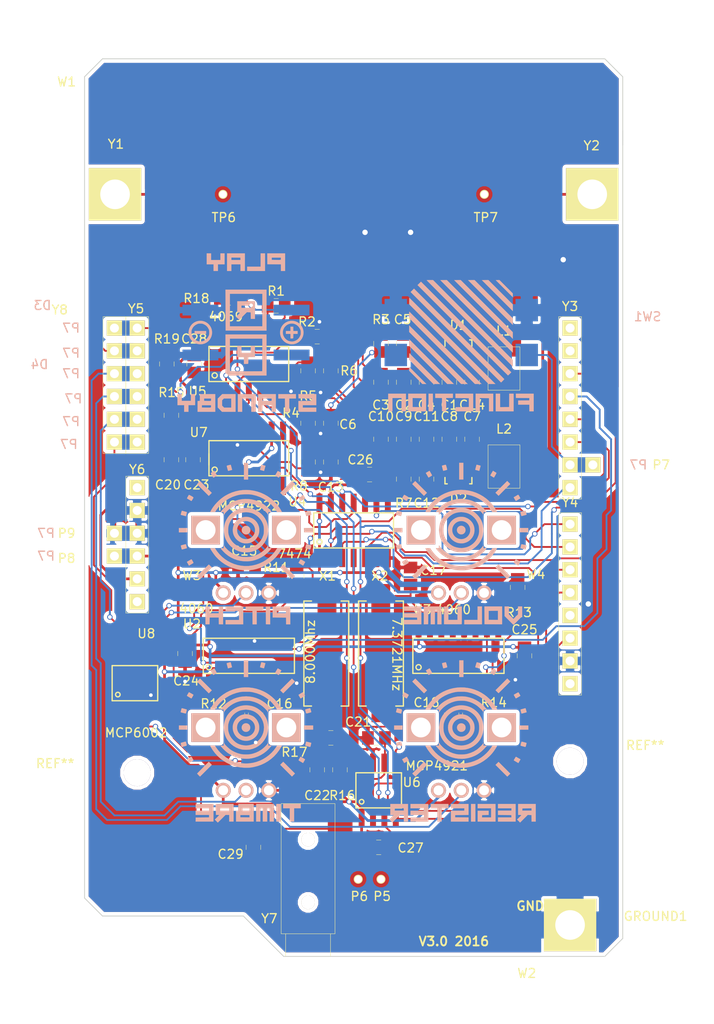
<source format=kicad_pcb>
(kicad_pcb (version 4) (host pcbnew 4.1.0-alpha+201607190716+6983~46~ubuntu14.04.1-product)
  (layers (0 F.Cu signal) (31 B.Cu signal) (34 B.Paste user) (35 F.Paste user) (36 B.SilkS user) (37 F.SilkS user) (38 B.Mask user) (39 F.Mask user) (44 Edge.Cuts user))
  (net 0 "")
  (net 1 "Net-(U5-Pad10)")
  (net 2 "Net-(C2-Pad1)")
  (net 3 "Net-(C1-Pad1)")
  (net 4 "Net-(C6-Pad1)")
  (net 5 VDD)
  (net 6 GND)
  (net 7 "Net-(C10-Pad1)")
  (net 8 "Net-(R1-Pad1)")
  (net 9 VoutB)
  (net 10 "Net-(C13-Pad1)")
  (net 11 "Net-(R11-Pad1)")
  (net 12 "Net-(C15-Pad1)")
  (net 13 "Net-(C16-Pad1)")
  (net 14 "Net-(R13-Pad1)")
  (net 15 "Net-(C17-Pad1)")
  (net 16 "Net-(C18-Pad1)")
  (net 17 VCC)
  (net 18 "Net-(U2-Pad7)")
  (net 19 "Net-(U3-Pad7)")
  (net 20 BUT)
  (net 21 VO_PITCH)
  (net 22 VO_VOL)
  (net 23 F_PITCH)
  (net 24 F_VOL)
  (net 25 "Net-(C5-Pad2)")
  (net 26 DAC_LATCH)
  (net 27 DAC_DI)
  (net 28 DAC_SCK)
  (net 29 DAC_CS)
  (net 30 DAC2_CS)
  (net 31 "Net-(C2-Pad2)")
  (net 32 VrefB)
  (net 33 "Net-(C21-Pad1)")
  (net 34 "Net-(C22-Pad1)")
  (net 35 "Net-(R17-Pad1)")
  (net 36 "Net-(D3-Pad2)")
  (net 37 "Net-(D4-Pad2)")
  (net 38 A0)
  (net 39 A1)
  (net 40 A2)
  (net 41 A3)
  (net 42 LED_GREEN)
  (net 43 LED_RED)
  (net 44 "Net-(C7-Pad1)")
  (net 45 "Net-(C11-Pad1)")
  (net 46 "Net-(C12-Pad2)")
  (net 47 "Net-(R4-Pad2)")
  (net 48 "Net-(R5-Pad1)")
  (net 49 SAMPLE_CLK)
  (net 50 "Net-(C29-Pad1)")
  (net 51 "Net-(C29-Pad2)")
  (net 52 "Net-(U5-Pad1)")
  (module GaudiLabsFootPrints:SMD_Pinheader_1_OT_BLANK (layer B.Cu) (at 64.6 117.9)
    (fp_text reference P7 (at -8.89 0 180) (layer B.SilkS) (effects (justify mirror)))
    (fp_text value CONN_01X01)
    (pad 1 smd rect (at 0 0) (size 1.7 1.7) (layers B.Cu B.Mask))
  )
  (module GaudiLabsFootPrints:SOIC-14_N (layer F.Cu) (at 78.316 96.5)
    (fp_text reference U5 (at -5.715 3.048) (layer F.SilkS))
    (fp_text value 4069)
    (pad 1 smd rect (at -3.81 3.0734) (size 0.6604 2.032) (layers F.Cu F.Paste F.Mask) (net 52 "Net-(U5-Pad1)"))
    (pad 2 smd rect (at -2.54 3.0734) (size 0.6604 2.032) (layers F.Cu F.Paste F.Mask) (net 22 VO_VOL))
    (pad 3 smd rect (at -1.27 3.0734) (size 0.6604 2.032) (layers F.Cu F.Paste F.Mask) (net 48 "Net-(R5-Pad1)"))
    (pad 4 smd rect (at 0 3.0734) (size 0.6604 2.032) (layers F.Cu F.Paste F.Mask) (net 52 "Net-(U5-Pad1)"))
    (pad 5 smd rect (at 1.27 3.0734) (size 0.6604 2.032) (layers F.Cu F.Paste F.Mask) (net 7 "Net-(C10-Pad1)"))
    (pad 6 smd rect (at 2.54 3.0734) (size 0.6604 2.032) (layers F.Cu F.Paste F.Mask) (net 48 "Net-(R5-Pad1)"))
    (pad 7 smd rect (at 3.81 3.0734) (size 0.6604 2.032) (layers F.Cu F.Paste F.Mask) (net 6 GND))
    (pad 8 smd rect (at 3.81 -3.0734) (size 0.6604 2.032) (layers F.Cu F.Paste F.Mask) (net 8 "Net-(R1-Pad1)"))
    (pad 9 smd rect (at 2.54 -3.0734) (size 0.6604 2.032) (layers F.Cu F.Paste F.Mask) (net 31 "Net-(C2-Pad2)"))
    (pad 11 smd rect (at 0 -3.0734) (size 0.6604 2.032) (layers F.Cu F.Paste F.Mask) (net 8 "Net-(R1-Pad1)"))
    (pad 12 smd rect (at -1.27 -3.0734) (size 0.6604 2.032) (layers F.Cu F.Paste F.Mask) (net 21 VO_PITCH))
    (pad 13 smd rect (at -2.54 -3.0734) (size 0.6604 2.032) (layers F.Cu F.Paste F.Mask) (net 1 "Net-(U5-Pad10)"))
    (pad 14 smd rect (at -3.81 -3.0734) (size 0.6604 2.032) (layers F.Cu F.Paste F.Mask) (net 5 VDD))
    (pad 10 smd rect (at 1.27 -3.0734) (size 0.6604 2.032) (layers F.Cu F.Paste F.Mask) (net 1 "Net-(U5-Pad10)"))
  )
  (module GaudiLabsFootPrints:SMD_Pinheader_6_OT (layer F.Cu) (at 65.87 116.63 90)
    (fp_text reference Y6 (at 8.382 0 180) (layer F.SilkS))
    (fp_text value CONN_01X06)
    (pad 4 thru_hole rect (at -1.27 0 90) (size 1.7 1.7) (drill 1) (layers *.Cu *.Mask F.SilkS) (net 17 VCC))
    (pad 6 thru_hole rect (at -6.35 0 90) (size 1.7 1.7) (drill 1) (layers *.Cu *.Mask F.SilkS))
    (pad 5 thru_hole rect (at -3.81 0 90) (size 1.7 1.7) (drill 1) (layers *.Cu *.Mask F.SilkS) (net 5 VDD))
    (pad 3 thru_hole rect (at 1.27 0 90) (size 1.7 1.7) (drill 1) (layers *.Cu *.Mask F.SilkS) (net 6 GND))
    (pad 2 thru_hole rect (at 3.81 0 90) (size 1.7 1.7) (drill 1) (layers *.Cu *.Mask F.SilkS) (net 6 GND))
    (pad 1 thru_hole rect (at 6.35 0 90) (size 1.7 1.7) (drill 1) (layers *.Cu *.Mask F.SilkS))
  )
  (module GaudiLabsFootPrints:COIL (layer F.Cu) (at 106.764 97.008)
    (fp_text reference L1 (at 0 -4.191 180) (layer F.SilkS))
    (fp_text value 1mH)
    (pad 2 smd rect (at 0 2.3) (size 3.81 1.9304) (layers F.Cu F.Paste F.Mask) (net 3 "Net-(C1-Pad1)"))
    (pad 1 smd rect (at 0 -2.3) (size 3.81 1.9304) (layers F.Cu F.Paste F.Mask) (net 2 "Net-(C2-Pad1)"))
  )
  (module GaudiLabsFootPrints:COIL (layer F.Cu) (at 106.764 107.93 180)
    (fp_text reference L2 (at 0 4.191) (layer F.SilkS))
    (fp_text value 1mH)
    (pad 2 smd rect (at 0 2.3 180) (size 3.81 1.9304) (layers F.Cu F.Paste F.Mask) (net 44 "Net-(C7-Pad1)"))
    (pad 1 smd rect (at 0 -2.3 180) (size 3.81 1.9304) (layers F.Cu F.Paste F.Mask) (net 45 "Net-(C11-Pad1)"))
  )
  (module Crystals:Crystal_HC49-SD_SMD (layer F.Cu) (at 86.952 128.758 270)
    (fp_text reference X1 (at -8.636 -0.127) (layer F.SilkS))
    (fp_text value 8MHz)
    (pad 1 smd rect (at -4.941 -0.076 270) (size 5.6007 2.10058) (layers F.Cu F.Paste F.Mask) (net 12 "Net-(C15-Pad1)"))
    (pad 2 smd rect (at 4.84886 0 270) (size 5.6007 2.10058) (layers F.Cu F.Paste F.Mask) (net 13 "Net-(C16-Pad1)"))
  )
  (module Crystals:Crystal_HC49-SD_SMD (layer F.Cu) (at 93.048 128.758 270)
    (fp_text reference X2 (at -8.636 0.127) (layer F.SilkS))
    (fp_text value 7.3721MHz)
    (pad 1 smd rect (at -4.941 0.02 270) (size 5.6007 2.10058) (layers F.Cu F.Paste F.Mask) (net 15 "Net-(C17-Pad1)"))
    (pad 2 smd rect (at 4.84886 0 270) (size 5.6007 2.10058) (layers F.Cu F.Paste F.Mask) (net 16 "Net-(C18-Pad1)"))
  )
  (module GaudiLabsFootPrints:MountPad3 (layer F.Cu) (at 63.43 76)
    (fp_text reference Y1 (at 0.07 -4) (layer F.SilkS))
    (fp_text value MountPad3)
    (pad 1 thru_hole rect (at -0.03 1.6) (size 5.842 5.842) (drill 3.3) (layers *.Cu *.Mask F.SilkS) (net 2 "Net-(C2-Pad1)"))
  )
  (module GaudiLabsFootPrints:MountPad3 (layer F.Cu) (at 116.57 76)
    (fp_text reference Y2 (at -0.027 -3.82) (layer F.SilkS))
    (fp_text value MountPad3)
    (pad 1 thru_hole rect (at 0.03 1.6) (size 5.842 5.842) (drill 3.3) (layers *.Cu *.Mask F.SilkS) (net 45 "Net-(C11-Pad1)"))
  )
  (module TO_SOT_Packages_SMD:SOT-23 (layer F.Cu) (at 101.684 94.468)
    (fp_text reference D1 (at 0 -2.286 180) (layer F.SilkS))
    (fp_text value BB914)
    (pad 1 smd rect (at -0.95 1.00076) (size 0.8001 0.8001) (layers F.Cu F.Paste F.Mask) (net 6 GND))
    (pad 2 smd rect (at 0.95 1.00076) (size 0.8001 0.8001) (layers F.Cu F.Paste F.Mask) (net 6 GND))
    (pad 3 smd rect (at 0 -0.99822) (size 0.8001 0.8001) (layers F.Cu F.Paste F.Mask) (net 25 "Net-(C5-Pad2)"))
  )
  (module TO_SOT_Packages_SMD:SOT-23 (layer F.Cu) (at 101.684 109.2 180)
    (fp_text reference D2 (at 0 -2.286) (layer F.SilkS))
    (fp_text value BB914)
    (pad 1 smd rect (at -0.95 1.00076 180) (size 0.8001 0.8001) (layers F.Cu F.Paste F.Mask) (net 6 GND))
    (pad 2 smd rect (at 0.95 1.00076 180) (size 0.8001 0.8001) (layers F.Cu F.Paste F.Mask) (net 6 GND))
    (pad 3 smd rect (at 0 -0.99822 180) (size 0.8001 0.8001) (layers F.Cu F.Paste F.Mask) (net 46 "Net-(C12-Pad2)"))
  )
  (module GaudiLabsFootPrints:0805G (layer F.Cu) (at 95.588 109.327)
    (fp_text reference R7 (at 0 2.667 180) (layer F.SilkS))
    (fp_text value 100k)
    (pad 1 smd rect (at 0 -0.95) (size 1.5 1.2954) (layers F.Cu F.Paste F.Mask) (net 10 "Net-(C13-Pad1)"))
    (pad 2 smd rect (at 0 0.95) (size 1.5 1.2954) (layers F.Cu F.Paste F.Mask) (net 46 "Net-(C12-Pad2)"))
  )
  (module GaudiLabsFootPrints:0805G (layer F.Cu) (at 69.172 96.5 180)
    (fp_text reference R19 (at 0 2.794) (layer F.SilkS))
    (fp_text value 470)
    (pad 1 smd rect (at 0 -0.95 180) (size 1.5 1.2954) (layers F.Cu F.Paste F.Mask) (net 37 "Net-(D4-Pad2)"))
    (pad 2 smd rect (at 0 0.95 180) (size 1.5 1.2954) (layers F.Cu F.Paste F.Mask) (net 43 LED_RED))
  )
  (module GaudiLabsFootPrints:0805G (layer F.Cu) (at 76.03 89.134 270)
    (fp_text reference R18 (at 0.064 3.556) (layer F.SilkS))
    (fp_text value 470)
    (pad 1 smd rect (at 0 -0.95 270) (size 1.5 1.2954) (layers F.Cu F.Paste F.Mask) (net 36 "Net-(D3-Pad2)"))
    (pad 2 smd rect (at 0 0.95 270) (size 1.5 1.2954) (layers F.Cu F.Paste F.Mask) (net 42 LED_GREEN))
  )
  (module GaudiLabsFootPrints:0805G (layer F.Cu) (at 72.22 96.5)
    (fp_text reference C28 (at 0 -2.794) (layer F.SilkS))
    (fp_text value 100nF)
    (pad 1 smd rect (at 0 -0.95) (size 1.5 1.2954) (layers F.Cu F.Paste F.Mask) (net 5 VDD))
    (pad 2 smd rect (at 0 0.95) (size 1.5 1.2954) (layers F.Cu F.Paste F.Mask) (net 6 GND))
  )
  (module GaudiLabsFootPrints:0805G (layer F.Cu) (at 92.794 150.348 90)
    (fp_text reference C27 (at -0.064 3.556 180) (layer F.SilkS))
    (fp_text value 100nF)
    (pad 1 smd rect (at 0 -0.95 90) (size 1.5 1.2954) (layers F.Cu F.Paste F.Mask) (net 17 VCC))
    (pad 2 smd rect (at 0 0.95 90) (size 1.5 1.2954) (layers F.Cu F.Paste F.Mask) (net 6 GND))
  )
  (module GaudiLabsFootPrints:0805G (layer F.Cu) (at 91.778 108.819 270)
    (fp_text reference C26 (at -1.651 1.016) (layer F.SilkS))
    (fp_text value 100nF)
    (pad 1 smd rect (at 0 -0.95 270) (size 1.5 1.2954) (layers F.Cu F.Paste F.Mask) (net 17 VCC))
    (pad 2 smd rect (at 0 0.95 270) (size 1.5 1.2954) (layers F.Cu F.Paste F.Mask) (net 6 GND))
  )
  (module GaudiLabsFootPrints:0805G (layer F.Cu) (at 109.05 129.012)
    (fp_text reference C25 (at 0 -2.921) (layer F.SilkS))
    (fp_text value 100nF)
    (pad 1 smd rect (at 0 -0.95) (size 1.5 1.2954) (layers F.Cu F.Paste F.Mask) (net 17 VCC))
    (pad 2 smd rect (at 0 0.95) (size 1.5 1.2954) (layers F.Cu F.Paste F.Mask) (net 6 GND))
  )
  (module GaudiLabsFootPrints:0805G (layer F.Cu) (at 71.204 128.758)
    (fp_text reference C24 (at 0.127 3.048) (layer F.SilkS))
    (fp_text value 100nF)
    (pad 1 smd rect (at 0 -0.95) (size 1.5 1.2954) (layers F.Cu F.Paste F.Mask) (net 17 VCC))
    (pad 2 smd rect (at 0 0.95) (size 1.5 1.2954) (layers F.Cu F.Paste F.Mask) (net 6 GND))
  )
  (module GaudiLabsFootPrints:0805G (layer F.Cu) (at 72.093 107.168)
    (fp_text reference C23 (at 0.381 2.794) (layer F.SilkS))
    (fp_text value 100nF)
    (pad 1 smd rect (at 0 -0.95) (size 1.5 1.2954) (layers F.Cu F.Paste F.Mask) (net 17 VCC))
    (pad 2 smd rect (at 0 0.95) (size 1.5 1.2954) (layers F.Cu F.Paste F.Mask) (net 6 GND))
  )
  (module GaudiLabsFootPrints:0805G (layer F.Cu) (at 87.46 138.156 270)
    (fp_text reference R17 (at 1.588 4.064) (layer F.SilkS))
    (fp_text value 2.2k)
    (pad 1 smd rect (at 0 -0.95 270) (size 1.5 1.2954) (layers F.Cu F.Paste F.Mask) (net 35 "Net-(R17-Pad1)"))
    (pad 2 smd rect (at 0 0.95 270) (size 1.5 1.2954) (layers F.Cu F.Paste F.Mask) (net 34 "Net-(C22-Pad1)"))
  )
  (module GaudiLabsFootPrints:0805G (layer F.Cu) (at 88.476 141.712)
    (fp_text reference R16 (at 0.254 2.858 180) (layer F.SilkS))
    (fp_text value 100k)
    (pad 1 smd rect (at 0 -0.95) (size 1.5 1.2954) (layers F.Cu F.Paste F.Mask) (net 33 "Net-(C21-Pad1)"))
    (pad 2 smd rect (at 0 0.95) (size 1.5 1.2954) (layers F.Cu F.Paste F.Mask) (net 17 VCC))
  )
  (module GaudiLabsFootPrints:0805G (layer F.Cu) (at 69.68 102.215 180)
    (fp_text reference R15 (at 0 2.54) (layer F.SilkS))
    (fp_text value 100k)
    (pad 1 smd rect (at 0 -0.95 180) (size 1.5 1.2954) (layers F.Cu F.Paste F.Mask) (net 32 VrefB))
    (pad 2 smd rect (at 0 0.95 180) (size 1.5 1.2954) (layers F.Cu F.Paste F.Mask) (net 5 VDD))
  )
  (module GaudiLabsFootPrints:0805G (layer F.Cu) (at 85.936 141.712)
    (fp_text reference C22 (at 0 2.858 180) (layer F.SilkS))
    (fp_text value 10n)
    (pad 1 smd rect (at 0 -0.95) (size 1.5 1.2954) (layers F.Cu F.Paste F.Mask) (net 34 "Net-(C22-Pad1)"))
    (pad 2 smd rect (at 0 0.95) (size 1.5 1.2954) (layers F.Cu F.Paste F.Mask) (net 6 GND))
  )
  (module GaudiLabsFootPrints:0805G (layer F.Cu) (at 92.54 138.156 270)
    (fp_text reference C21 (at -1.778 2.032) (layer F.SilkS))
    (fp_text value 100n)
    (pad 1 smd rect (at 0 -0.95 270) (size 1.5 1.2954) (layers F.Cu F.Paste F.Mask) (net 33 "Net-(C21-Pad1)"))
    (pad 2 smd rect (at 0 0.95 270) (size 1.5 1.2954) (layers F.Cu F.Paste F.Mask) (net 6 GND))
  )
  (module GaudiLabsFootPrints:0805G (layer F.Cu) (at 69.68 107.168)
    (fp_text reference C20 (at -0.381 2.794) (layer F.SilkS))
    (fp_text value 100n)
    (pad 1 smd rect (at 0 -0.95) (size 1.5 1.2954) (layers F.Cu F.Paste F.Mask) (net 32 VrefB))
    (pad 2 smd rect (at 0 0.95) (size 1.5 1.2954) (layers F.Cu F.Paste F.Mask) (net 6 GND))
  )
  (module GaudiLabsFootPrints:0805G (layer F.Cu) (at 100.922 135.616)
    (fp_text reference C18 (at -2.794 -1.397) (layer F.SilkS))
    (fp_text value 33pF)
    (pad 1 smd rect (at 0 -0.95) (size 1.5 1.2954) (layers F.Cu F.Paste F.Mask) (net 16 "Net-(C18-Pad1)"))
    (pad 2 smd rect (at 0 0.95) (size 1.5 1.2954) (layers F.Cu F.Paste F.Mask) (net 6 GND))
  )
  (module GaudiLabsFootPrints:0805G (layer F.Cu) (at 96.35 120.122 180)
    (fp_text reference C17 (at -2.54 0.635 180) (layer F.SilkS))
    (fp_text value 33pF)
    (pad 1 smd rect (at 0 -0.95 180) (size 1.5 1.2954) (layers F.Cu F.Paste F.Mask) (net 15 "Net-(C17-Pad1)"))
    (pad 2 smd rect (at 0 0.95 180) (size 1.5 1.2954) (layers F.Cu F.Paste F.Mask) (net 6 GND))
  )
  (module GaudiLabsFootPrints:0805G (layer F.Cu) (at 79.078 135.616)
    (fp_text reference C16 (at 2.667 -1.27) (layer F.SilkS))
    (fp_text value 33pF)
    (pad 1 smd rect (at 0 -0.95) (size 1.5 1.2954) (layers F.Cu F.Paste F.Mask) (net 13 "Net-(C16-Pad1)"))
    (pad 2 smd rect (at 0 0.95) (size 1.5 1.2954) (layers F.Cu F.Paste F.Mask) (net 6 GND))
  )
  (module GaudiLabsFootPrints:0805G (layer F.Cu) (at 78.062 119.106 270)
    (fp_text reference C15 (at -1.778 0.254) (layer F.SilkS))
    (fp_text value 33pF)
    (pad 1 smd rect (at 0 -0.95 270) (size 1.5 1.2954) (layers F.Cu F.Paste F.Mask) (net 12 "Net-(C15-Pad1)"))
    (pad 2 smd rect (at 0 0.95 270) (size 1.5 1.2954) (layers F.Cu F.Paste F.Mask) (net 6 GND))
  )
  (module GaudiLabsFootPrints:0805G (layer F.Cu) (at 87.46 107.422)
    (fp_text reference C13 (at 0 2.794) (layer F.SilkS))
    (fp_text value 100nF)
    (pad 1 smd rect (at 0 -0.95) (size 1.5 1.2954) (layers F.Cu F.Paste F.Mask) (net 10 "Net-(C13-Pad1)"))
    (pad 2 smd rect (at 0 0.95) (size 1.5 1.2954) (layers F.Cu F.Paste F.Mask) (net 6 GND))
  )
  (module GaudiLabsFootPrints:0805G (layer F.Cu) (at 98.128 109.327)
    (fp_text reference C12 (at 0 2.667 -180) (layer F.SilkS))
    (fp_text value 470pF)
    (pad 1 smd rect (at 0 -0.95) (size 1.5 1.2954) (layers F.Cu F.Paste F.Mask) (net 45 "Net-(C11-Pad1)"))
    (pad 2 smd rect (at 0 0.95) (size 1.5 1.2954) (layers F.Cu F.Paste F.Mask) (net 46 "Net-(C12-Pad2)"))
  )
  (module GaudiLabsFootPrints:0805G (layer F.Cu) (at 98.128 104.882 180)
    (fp_text reference C11 (at 0 2.54 180) (layer F.SilkS))
    (fp_text value 0)
    (pad 1 smd rect (at 0 -0.95 180) (size 1.5 1.2954) (layers F.Cu F.Paste F.Mask) (net 45 "Net-(C11-Pad1)"))
    (pad 2 smd rect (at 0 0.95 180) (size 1.5 1.2954) (layers F.Cu F.Paste F.Mask) (net 6 GND))
  )
  (module GaudiLabsFootPrints:0805G (layer F.Cu) (at 93.048 104.882 180)
    (fp_text reference C10 (at 0 2.54 180) (layer F.SilkS))
    (fp_text value 150pF)
    (pad 1 smd rect (at 0 -0.95 180) (size 1.5 1.2954) (layers F.Cu F.Paste F.Mask) (net 7 "Net-(C10-Pad1)"))
    (pad 2 smd rect (at 0 0.95 180) (size 1.5 1.2954) (layers F.Cu F.Paste F.Mask) (net 6 GND))
  )
  (module GaudiLabsFootPrints:0805G (layer F.Cu) (at 95.588 104.882)
    (fp_text reference C9 (at 0 -2.54) (layer F.SilkS))
    (fp_text value 150pF)
    (pad 1 smd rect (at 0 -0.95) (size 1.5 1.2954) (layers F.Cu F.Paste F.Mask) (net 45 "Net-(C11-Pad1)"))
    (pad 2 smd rect (at 0 0.95) (size 1.5 1.2954) (layers F.Cu F.Paste F.Mask) (net 7 "Net-(C10-Pad1)"))
  )
  (module GaudiLabsFootPrints:0805G (layer F.Cu) (at 100.668 104.882)
    (fp_text reference C8 (at 0 -2.54) (layer F.SilkS))
    (fp_text value 330pF)
    (pad 1 smd rect (at 0 -0.95) (size 1.5 1.2954) (layers F.Cu F.Paste F.Mask) (net 44 "Net-(C7-Pad1)"))
    (pad 2 smd rect (at 0 0.95) (size 1.5 1.2954) (layers F.Cu F.Paste F.Mask) (net 6 GND))
  )
  (module GaudiLabsFootPrints:0805G (layer F.Cu) (at 87.46 103.104)
    (fp_text reference C6 (at 1.905 0.127) (layer F.SilkS))
    (fp_text value 100nF)
    (pad 1 smd rect (at 0 -0.95) (size 1.5 1.2954) (layers F.Cu F.Paste F.Mask) (net 4 "Net-(C6-Pad1)"))
    (pad 2 smd rect (at 0 0.95) (size 1.5 1.2954) (layers F.Cu F.Paste F.Mask) (net 6 GND))
  )
  (module GaudiLabsFootPrints:0805G (layer F.Cu) (at 95.588 94.214 180)
    (fp_text reference C5 (at 0.127 2.667 180) (layer F.SilkS))
    (fp_text value 470pF)
    (pad 1 smd rect (at 0 -0.95 180) (size 1.5 1.2954) (layers F.Cu F.Paste F.Mask) (net 2 "Net-(C2-Pad1)"))
    (pad 2 smd rect (at 0 0.95 180) (size 1.5 1.2954) (layers F.Cu F.Paste F.Mask) (net 25 "Net-(C5-Pad2)"))
  )
  (module GaudiLabsFootPrints:0805G (layer F.Cu) (at 98.128 98.532)
    (fp_text reference C4 (at 0 2.54) (layer F.SilkS))
    (fp_text value 15nF?)
    (pad 1 smd rect (at 0 -0.95) (size 1.5 1.2954) (layers F.Cu F.Paste F.Mask) (net 2 "Net-(C2-Pad1)"))
    (pad 2 smd rect (at 0 0.95) (size 1.5 1.2954) (layers F.Cu F.Paste F.Mask) (net 6 GND))
  )
  (module GaudiLabsFootPrints:0805G (layer F.Cu) (at 93.048 98.532)
    (fp_text reference C3 (at 0 2.54) (layer F.SilkS))
    (fp_text value 150pF)
    (pad 1 smd rect (at 0 -0.95) (size 1.5 1.2954) (layers F.Cu F.Paste F.Mask) (net 31 "Net-(C2-Pad2)"))
    (pad 2 smd rect (at 0 0.95) (size 1.5 1.2954) (layers F.Cu F.Paste F.Mask) (net 6 GND))
  )
  (module GaudiLabsFootPrints:0805G (layer F.Cu) (at 95.588 98.532 180)
    (fp_text reference C2 (at 0 -2.54 180) (layer F.SilkS))
    (fp_text value 150pF)
    (pad 1 smd rect (at 0 -0.95 180) (size 1.5 1.2954) (layers F.Cu F.Paste F.Mask) (net 2 "Net-(C2-Pad1)"))
    (pad 2 smd rect (at 0 0.95 180) (size 1.5 1.2954) (layers F.Cu F.Paste F.Mask) (net 31 "Net-(C2-Pad2)"))
  )
  (module GaudiLabsFootPrints:0805G (layer F.Cu) (at 100.668 98.532 180)
    (fp_text reference C1 (at 0 -2.54 180) (layer F.SilkS))
    (fp_text value "220pF 270pF?")
    (pad 1 smd rect (at 0 -0.95 180) (size 1.5 1.2954) (layers F.Cu F.Paste F.Mask) (net 3 "Net-(C1-Pad1)"))
    (pad 2 smd rect (at 0 0.95 180) (size 1.5 1.2954) (layers F.Cu F.Paste F.Mask) (net 6 GND))
  )
  (module GaudiLabsFootPrints:0805G (layer F.Cu) (at 102.954 135.616)
    (fp_text reference R14 (at 2.667 -1.397) (layer F.SilkS))
    (fp_text value 470)
    (pad 1 smd rect (at 0 -0.95) (size 1.5 1.2954) (layers F.Cu F.Paste F.Mask) (net 16 "Net-(C18-Pad1)"))
    (pad 2 smd rect (at 0 0.95) (size 1.5 1.2954) (layers F.Cu F.Paste F.Mask) (net 14 "Net-(R13-Pad1)"))
  )
  (module GaudiLabsFootPrints:0805G (layer F.Cu) (at 108.288 121.392 180)
    (fp_text reference R13 (at -0.127 -2.794 180) (layer F.SilkS))
    (fp_text value 4.7M)
    (pad 1 smd rect (at 0 -0.95 180) (size 1.5 1.2954) (layers F.Cu F.Paste F.Mask) (net 14 "Net-(R13-Pad1)"))
    (pad 2 smd rect (at 0 0.95 180) (size 1.5 1.2954) (layers F.Cu F.Paste F.Mask) (net 15 "Net-(C17-Pad1)"))
  )
  (module GaudiLabsFootPrints:0805G (layer F.Cu) (at 77.046 135.616)
    (fp_text reference R12 (at -2.667 -1.27) (layer F.SilkS))
    (fp_text value 470)
    (pad 1 smd rect (at 0 -0.95) (size 1.5 1.2954) (layers F.Cu F.Paste F.Mask) (net 13 "Net-(C16-Pad1)"))
    (pad 2 smd rect (at 0 0.95) (size 1.5 1.2954) (layers F.Cu F.Paste F.Mask) (net 11 "Net-(R11-Pad1)"))
  )
  (module GaudiLabsFootPrints:0805G (layer F.Cu) (at 83.65 120.122 180)
    (fp_text reference R11 (at 2.286 0.952 180) (layer F.SilkS))
    (fp_text value 4.7M)
    (pad 1 smd rect (at 0 -0.95 180) (size 1.5 1.2954) (layers F.Cu F.Paste F.Mask) (net 11 "Net-(R11-Pad1)"))
    (pad 2 smd rect (at 0 0.95 180) (size 1.5 1.2954) (layers F.Cu F.Paste F.Mask) (net 12 "Net-(C15-Pad1)"))
  )
  (module GaudiLabsFootPrints:0805G (layer F.Cu) (at 84.92 107.422)
    (fp_text reference R8 (at -1.016 2.667) (layer F.SilkS))
    (fp_text value 100k)
    (pad 1 smd rect (at 0 -0.95) (size 1.5 1.2954) (layers F.Cu F.Paste F.Mask) (net 10 "Net-(C13-Pad1)"))
    (pad 2 smd rect (at 0 0.95) (size 1.5 1.2954) (layers F.Cu F.Paste F.Mask) (net 9 VoutB))
  )
  (module GaudiLabsFootPrints:0805G (layer F.Cu) (at 87.46 97.262 180)
    (fp_text reference R6 (at -2.032 0 180) (layer F.SilkS))
    (fp_text value 2.2k)
    (pad 1 smd rect (at 0 -0.95 180) (size 1.5 1.2954) (layers F.Cu F.Paste F.Mask) (net 44 "Net-(C7-Pad1)"))
    (pad 2 smd rect (at 0 0.95 180) (size 1.5 1.2954) (layers F.Cu F.Paste F.Mask) (net 48 "Net-(R5-Pad1)"))
  )
  (module GaudiLabsFootPrints:0805G (layer F.Cu) (at 84.92 97.262)
    (fp_text reference R5 (at 0 2.794) (layer F.SilkS))
    (fp_text value 4.7M)
    (pad 1 smd rect (at 0 -0.95) (size 1.5 1.2954) (layers F.Cu F.Paste F.Mask) (net 48 "Net-(R5-Pad1)"))
    (pad 2 smd rect (at 0 0.95) (size 1.5 1.2954) (layers F.Cu F.Paste F.Mask) (net 7 "Net-(C10-Pad1)"))
  )
  (module GaudiLabsFootPrints:0805G (layer F.Cu) (at 84.92 103.104)
    (fp_text reference R4 (at -1.905 -1.143) (layer F.SilkS))
    (fp_text value 100k)
    (pad 1 smd rect (at 0 -0.95) (size 1.5 1.2954) (layers F.Cu F.Paste F.Mask) (net 4 "Net-(C6-Pad1)"))
    (pad 2 smd rect (at 0 0.95) (size 1.5 1.2954) (layers F.Cu F.Paste F.Mask) (net 47 "Net-(R4-Pad2)"))
  )
  (module GaudiLabsFootPrints:0805G (layer F.Cu) (at 93.048 94.214 180)
    (fp_text reference R3 (at 0 2.667 180) (layer F.SilkS))
    (fp_text value 100k)
    (pad 1 smd rect (at 0 -0.95 180) (size 1.5 1.2954) (layers F.Cu F.Paste F.Mask) (net 4 "Net-(C6-Pad1)"))
    (pad 2 smd rect (at 0 0.95 180) (size 1.5 1.2954) (layers F.Cu F.Paste F.Mask) (net 25 "Net-(C5-Pad2)"))
  )
  (module GaudiLabsFootPrints:0805G (layer F.Cu) (at 81.364 90.023 270)
    (fp_text reference R1 (at -1.651 0) (layer F.SilkS))
    (fp_text value 4.7M)
    (pad 1 smd rect (at 0 -0.95 270) (size 1.5 1.2954) (layers F.Cu F.Paste F.Mask) (net 8 "Net-(R1-Pad1)"))
    (pad 2 smd rect (at 0 0.95 270) (size 1.5 1.2954) (layers F.Cu F.Paste F.Mask) (net 31 "Net-(C2-Pad2)"))
  )
  (module GaudiLabsFootPrints:0805G (layer F.Cu) (at 85.936 93.452 270)
    (fp_text reference R2 (at -1.651 1.143) (layer F.SilkS))
    (fp_text value 2.2k)
    (pad 1 smd rect (at 0 -0.95 270) (size 1.5 1.2954) (layers F.Cu F.Paste F.Mask) (net 3 "Net-(C1-Pad1)"))
    (pad 2 smd rect (at 0 0.95 270) (size 1.5 1.2954) (layers F.Cu F.Paste F.Mask) (net 8 "Net-(R1-Pad1)"))
  )
  (module GaudiLabsFootPrints:0805G (layer F.Cu) (at 78.824 150.348 180)
    (fp_text reference C29 (at 2.54 -0.762 180) (layer F.SilkS))
    (fp_text value 10uF)
    (pad 1 smd rect (at 0 -0.95 180) (size 1.5 1.2954) (layers F.Cu F.Paste F.Mask) (net 50 "Net-(C29-Pad1)"))
    (pad 2 smd rect (at 0 0.95 180) (size 1.5 1.2954) (layers F.Cu F.Paste F.Mask) (net 51 "Net-(C29-Pad2)"))
  )
  (module GaudiLabsFootPrints:SOIC-14_N (layer F.Cu) (at 78.316 107)
    (fp_text reference U7 (at -5.588 -2.88) (layer F.SilkS))
    (fp_text value MCP4922-E/SL)
    (pad 1 smd rect (at -3.81 3.0734) (size 0.6604 2.032) (layers F.Cu F.Paste F.Mask) (net 17 VCC))
    (pad 2 smd rect (at -2.54 3.0734) (size 0.6604 2.032) (layers F.Cu F.Paste F.Mask))
    (pad 3 smd rect (at -1.27 3.0734) (size 0.6604 2.032) (layers F.Cu F.Paste F.Mask) (net 30 DAC2_CS))
    (pad 4 smd rect (at 0 3.0734) (size 0.6604 2.032) (layers F.Cu F.Paste F.Mask) (net 28 DAC_SCK))
    (pad 5 smd rect (at 1.27 3.0734) (size 0.6604 2.032) (layers F.Cu F.Paste F.Mask) (net 27 DAC_DI))
    (pad 6 smd rect (at 2.54 3.0734) (size 0.6604 2.032) (layers F.Cu F.Paste F.Mask))
    (pad 7 smd rect (at 3.81 3.0734) (size 0.6604 2.032) (layers F.Cu F.Paste F.Mask))
    (pad 8 smd rect (at 3.81 -3.0734) (size 0.6604 2.032) (layers F.Cu F.Paste F.Mask) (net 26 DAC_LATCH))
    (pad 9 smd rect (at 2.54 -3.0734) (size 0.6604 2.032) (layers F.Cu F.Paste F.Mask) (net 17 VCC))
    (pad 11 smd rect (at 0 -3.0734) (size 0.6604 2.032) (layers F.Cu F.Paste F.Mask) (net 32 VrefB))
    (pad 12 smd rect (at -1.27 -3.0734) (size 0.6604 2.032) (layers F.Cu F.Paste F.Mask) (net 6 GND))
    (pad 13 smd rect (at -2.54 -3.0734) (size 0.6604 2.032) (layers F.Cu F.Paste F.Mask) (net 32 VrefB))
    (pad 14 smd rect (at -3.81 -3.0734) (size 0.6604 2.032) (layers F.Cu F.Paste F.Mask) (net 47 "Net-(R4-Pad2)"))
    (pad 10 smd rect (at 1.27 -3.0734) (size 0.6604 2.032) (layers F.Cu F.Paste F.Mask) (net 9 VoutB))
  )
  (module GaudiLabsFootPrints:SOIC-14_N (layer F.Cu) (at 90 115.042)
    (fp_text reference U4 (at -6.281 -3.2) (layer F.SilkS))
    (fp_text value 74HC74)
    (pad 1 smd rect (at -3.81 3.0734) (size 0.6604 2.032) (layers F.Cu F.Paste F.Mask) (net 17 VCC))
    (pad 2 smd rect (at -2.54 3.0734) (size 0.6604 2.032) (layers F.Cu F.Paste F.Mask) (net 22 VO_VOL))
    (pad 3 smd rect (at -1.27 3.0734) (size 0.6604 2.032) (layers F.Cu F.Paste F.Mask) (net 19 "Net-(U3-Pad7)"))
    (pad 4 smd rect (at 0 3.0734) (size 0.6604 2.032) (layers F.Cu F.Paste F.Mask) (net 17 VCC))
    (pad 5 smd rect (at 1.27 3.0734) (size 0.6604 2.032) (layers F.Cu F.Paste F.Mask) (net 24 F_VOL))
    (pad 6 smd rect (at 2.54 3.0734) (size 0.6604 2.032) (layers F.Cu F.Paste F.Mask))
    (pad 7 smd rect (at 3.81 3.0734) (size 0.6604 2.032) (layers F.Cu F.Paste F.Mask) (net 6 GND))
    (pad 8 smd rect (at 3.81 -3.0734) (size 0.6604 2.032) (layers F.Cu F.Paste F.Mask))
    (pad 9 smd rect (at 2.54 -3.0734) (size 0.6604 2.032) (layers F.Cu F.Paste F.Mask) (net 23 F_PITCH))
    (pad 11 smd rect (at 0 -3.0734) (size 0.6604 2.032) (layers F.Cu F.Paste F.Mask) (net 18 "Net-(U2-Pad7)"))
    (pad 12 smd rect (at -1.27 -3.0734) (size 0.6604 2.032) (layers F.Cu F.Paste F.Mask) (net 21 VO_PITCH))
    (pad 13 smd rect (at -2.54 -3.0734) (size 0.6604 2.032) (layers F.Cu F.Paste F.Mask) (net 17 VCC))
    (pad 14 smd rect (at -3.81 -3.0734) (size 0.6604 2.032) (layers F.Cu F.Paste F.Mask) (net 17 VCC))
    (pad 10 smd rect (at 1.27 -3.0734) (size 0.6604 2.032) (layers F.Cu F.Paste F.Mask) (net 17 VCC))
  )
  (module GaudiLabsFootPrints:SOIC-16_N (layer F.Cu) (at 78.316 129.012)
    (fp_text reference U2 (at -6.35 -3.556) (layer F.SilkS))
    (fp_text value 4060)
    (pad 8 smd rect (at 4.445 3.1242) (size 0.6604 2.032) (layers F.Cu F.Paste F.Mask) (net 6 GND))
    (pad 9 smd rect (at 4.445 -3.0734) (size 0.6604 2.032) (layers F.Cu F.Paste F.Mask))
    (pad 1 smd rect (at -4.445 3.0734) (size 0.6604 2.032) (layers F.Cu F.Paste F.Mask))
    (pad 2 smd rect (at -3.175 3.0734) (size 0.6604 2.032) (layers F.Cu F.Paste F.Mask))
    (pad 3 smd rect (at -1.905 3.0734) (size 0.6604 2.032) (layers F.Cu F.Paste F.Mask))
    (pad 4 smd rect (at -0.635 3.0734) (size 0.6604 2.032) (layers F.Cu F.Paste F.Mask))
    (pad 5 smd rect (at 0.635 3.0734) (size 0.6604 2.032) (layers F.Cu F.Paste F.Mask))
    (pad 6 smd rect (at 1.905 3.0734) (size 0.6604 2.032) (layers F.Cu F.Paste F.Mask))
    (pad 7 smd rect (at 3.175 3.0734) (size 0.6604 2.032) (layers F.Cu F.Paste F.Mask) (net 18 "Net-(U2-Pad7)"))
    (pad 10 smd rect (at 3.175 -3.0734) (size 0.6604 2.032) (layers F.Cu F.Paste F.Mask) (net 11 "Net-(R11-Pad1)"))
    (pad 11 smd rect (at 1.905 -3.0734) (size 0.6604 2.032) (layers F.Cu F.Paste F.Mask) (net 12 "Net-(C15-Pad1)"))
    (pad 13 smd rect (at -0.635 -3.0734) (size 0.6604 2.032) (layers F.Cu F.Paste F.Mask))
    (pad 14 smd rect (at -1.905 -3.0734) (size 0.6604 2.032) (layers F.Cu F.Paste F.Mask) (net 49 SAMPLE_CLK))
    (pad 15 smd rect (at -3.175 -3.0734) (size 0.6604 2.032) (layers F.Cu F.Paste F.Mask))
    (pad 16 smd rect (at -4.445 -3.0734) (size 0.6604 2.032) (layers F.Cu F.Paste F.Mask) (net 17 VCC))
    (pad 12 smd rect (at 0.635 -3.0734) (size 0.6604 2.032) (layers F.Cu F.Paste F.Mask) (net 6 GND))
  )
  (module GaudiLabsFootPrints:SOIC-16_N (layer F.Cu) (at 101.684 129.012)
    (fp_text reference U3 (at -4.0005 -5.1435) (layer F.SilkS))
    (fp_text value 4060)
    (pad 8 smd rect (at 4.445 3.1242) (size 0.6604 2.032) (layers F.Cu F.Paste F.Mask) (net 6 GND))
    (pad 9 smd rect (at 4.445 -3.0734) (size 0.6604 2.032) (layers F.Cu F.Paste F.Mask))
    (pad 1 smd rect (at -4.445 3.0734) (size 0.6604 2.032) (layers F.Cu F.Paste F.Mask))
    (pad 2 smd rect (at -3.175 3.0734) (size 0.6604 2.032) (layers F.Cu F.Paste F.Mask))
    (pad 3 smd rect (at -1.905 3.0734) (size 0.6604 2.032) (layers F.Cu F.Paste F.Mask))
    (pad 4 smd rect (at -0.635 3.0734) (size 0.6604 2.032) (layers F.Cu F.Paste F.Mask))
    (pad 5 smd rect (at 0.635 3.0734) (size 0.6604 2.032) (layers F.Cu F.Paste F.Mask))
    (pad 6 smd rect (at 1.905 3.0734) (size 0.6604 2.032) (layers F.Cu F.Paste F.Mask))
    (pad 7 smd rect (at 3.175 3.0734) (size 0.6604 2.032) (layers F.Cu F.Paste F.Mask) (net 19 "Net-(U3-Pad7)"))
    (pad 10 smd rect (at 3.175 -3.0734) (size 0.6604 2.032) (layers F.Cu F.Paste F.Mask) (net 14 "Net-(R13-Pad1)"))
    (pad 11 smd rect (at 1.905 -3.0734) (size 0.6604 2.032) (layers F.Cu F.Paste F.Mask) (net 15 "Net-(C17-Pad1)"))
    (pad 13 smd rect (at -0.635 -3.0734) (size 0.6604 2.032) (layers F.Cu F.Paste F.Mask))
    (pad 14 smd rect (at -1.905 -3.0734) (size 0.6604 2.032) (layers F.Cu F.Paste F.Mask))
    (pad 15 smd rect (at -3.175 -3.0734) (size 0.6604 2.032) (layers F.Cu F.Paste F.Mask))
    (pad 16 smd rect (at -4.445 -3.0734) (size 0.6604 2.032) (layers F.Cu F.Paste F.Mask) (net 17 VCC))
    (pad 12 smd rect (at 0.635 -3.0734) (size 0.6604 2.032) (layers F.Cu F.Paste F.Mask) (net 6 GND))
  )
  (module GaudiLabsFootPrints:SOIC-08_N (layer F.Cu) (at 92.794 143.998)
    (fp_text reference U6 (at 3.683 -0.889) (layer F.SilkS))
    (fp_text value MCP4921-E/SN)
    (pad 5 smd rect (at 1.905 -3.0734) (size 0.6604 2.032) (layers F.Cu F.Paste F.Mask) (net 26 DAC_LATCH))
    (pad 6 smd rect (at 0.635 -3.0734) (size 0.6604 2.032) (layers F.Cu F.Paste F.Mask) (net 33 "Net-(C21-Pad1)"))
    (pad 7 smd rect (at -0.635 -3.0734) (size 0.6604 2.032) (layers F.Cu F.Paste F.Mask) (net 6 GND))
    (pad 8 smd rect (at -1.905 -3.0734) (size 0.6604 2.032) (layers F.Cu F.Paste F.Mask) (net 35 "Net-(R17-Pad1)"))
    (pad 1 smd rect (at -1.905 3.0734) (size 0.6604 2.032) (layers F.Cu F.Paste F.Mask) (net 17 VCC))
    (pad 2 smd rect (at -0.635 3.0734) (size 0.6604 2.032) (layers F.Cu F.Paste F.Mask) (net 29 DAC_CS))
    (pad 3 smd rect (at 0.635 3.0734) (size 0.6604 2.032) (layers F.Cu F.Paste F.Mask) (net 28 DAC_SCK))
    (pad 4 smd rect (at 1.905 3.0734) (size 0.6604 2.032) (layers F.Cu F.Paste F.Mask) (net 27 DAC_DI))
  )
  (module GaudiLabsFootPrints:SOIC-08_N (layer F.Cu) (at 65.616 132.06)
    (fp_text reference U8 (at 1.27 -5.524) (layer F.SilkS))
    (fp_text value "LM358 / MCP6002")
    (pad 5 smd rect (at 1.905 -3.0734) (size 0.6604 2.032) (layers F.Cu F.Paste F.Mask) (net 34 "Net-(C22-Pad1)"))
    (pad 6 smd rect (at 0.635 -3.0734) (size 0.6604 2.032) (layers F.Cu F.Paste F.Mask) (net 50 "Net-(C29-Pad1)"))
    (pad 7 smd rect (at -0.635 -3.0734) (size 0.6604 2.032) (layers F.Cu F.Paste F.Mask) (net 50 "Net-(C29-Pad1)"))
    (pad 8 smd rect (at -1.905 -3.0734) (size 0.6604 2.032) (layers F.Cu F.Paste F.Mask) (net 17 VCC))
    (pad 1 smd rect (at -1.905 3.0734) (size 0.6604 2.032) (layers F.Cu F.Paste F.Mask) (net 50 "Net-(C29-Pad1)"))
    (pad 2 smd rect (at -0.635 3.0734) (size 0.6604 2.032) (layers F.Cu F.Paste F.Mask) (net 50 "Net-(C29-Pad1)"))
    (pad 3 smd rect (at 0.635 3.0734) (size 0.6604 2.032) (layers F.Cu F.Paste F.Mask) (net 34 "Net-(C22-Pad1)"))
    (pad 4 smd rect (at 1.905 3.0734) (size 0.6604 2.032) (layers F.Cu F.Paste F.Mask) (net 6 GND))
  )
  (module GaudiLabsFootPrints:ArduinoUNO (layer B.Cu) (at 63.33 156 90)
    (fp_text reference U1 hide)
    (fp_text value Arduino_UNO_R2)
  )
  (module GaudiLabsLogos:Peace_logo (layer F.Cu) (at 65.87 151)
    (fp_text reference G*** hide)
    (fp_text value LOGO hide)
  )
  (module GaudiLabsFootPrints:MeasurePad_Square_wHole_2mm (layer F.Cu) (at 104.57 77.6)
    (fp_text reference TP7 (at 0.162 2.581) (layer F.SilkS))
    (fp_text value "VOLUME ANTENNA")
    (pad 1 smd rect (at 0 0) (size 2 2) (layers F.Cu F.Mask) (net 45 "Net-(C11-Pad1)"))
    (pad 1 thru_hole circle (at 0 0) (size 1 1) (drill 0.8) (layers *.Cu *.Mask F.SilkS) (net 45 "Net-(C11-Pad1)"))
  )
  (module GaudiLabsFootPrints:MeasurePad_Square_wHole_2mm (layer F.Cu) (at 75.43 77.6)
    (fp_text reference TP6 (at 0.092 2.581) (layer F.SilkS))
    (fp_text value "PITCH ANTENNA")
    (pad 1 smd rect (at 0 0) (size 2 2) (layers F.Cu F.Mask) (net 2 "Net-(C2-Pad1)"))
    (pad 1 thru_hole circle (at 0 0) (size 1 1) (drill 0.8) (layers *.Cu *.Mask F.SilkS) (net 2 "Net-(C2-Pad1)"))
  )
  (module GaudiLabsFootPrints:MeasurePad_Square_wHole_2mm (layer F.Cu) (at 90.508 153.904)
    (fp_text reference P6 (at 0.127 1.905) (layer F.SilkS))
    (fp_text value SP-)
    (pad 1 smd rect (at 0 0) (size 2 2) (layers F.Cu F.Mask) (net 50 "Net-(C29-Pad1)"))
    (pad 1 thru_hole circle (at 0 0) (size 1 1) (drill 0.8) (layers *.Cu *.Mask F.SilkS) (net 50 "Net-(C29-Pad1)"))
  )
  (module GaudiLabsFootPrints:MeasurePad_Square_wHole_2mm (layer F.Cu) (at 93.048 153.904)
    (fp_text reference P5 (at 0.127 1.905) (layer F.SilkS))
    (fp_text value SP+)
    (pad 1 smd rect (at 0 0) (size 2 2) (layers F.Cu F.Mask) (net 51 "Net-(C29-Pad2)"))
    (pad 1 thru_hole circle (at 0 0) (size 1 1) (drill 0.8) (layers *.Cu *.Mask F.SilkS) (net 51 "Net-(C29-Pad2)"))
  )
  (module GaudiLabsFootPrints:SMD_Pinheader_8_OT (layer F.Cu) (at 114.13 101.39 90)
    (fp_text reference Y3 (at 11.303 0 180) (layer F.SilkS))
    (fp_text value CONN_01X08)
    (pad 4 thru_hole rect (at 1.27 0 90) (size 1.7 1.7) (drill 1) (layers *.Cu *.Mask F.SilkS) (net 49 SAMPLE_CLK))
    (pad 6 thru_hole rect (at -3.81 0 90) (size 1.7 1.7) (drill 1) (layers *.Cu *.Mask F.SilkS) (net 21 VO_PITCH))
    (pad 5 thru_hole rect (at -1.27 0 90) (size 1.7 1.7) (drill 1) (layers *.Cu *.Mask F.SilkS) (net 22 VO_VOL))
    (pad 7 thru_hole rect (at -6.35 0 90) (size 1.7 1.7) (drill 1) (layers *.Cu *.Mask F.SilkS) (net 20 BUT))
    (pad 8 thru_hole trapezoid (at -8.89 0 90) (size 1.7 1.7) (drill 1) (layers *.Cu *.Mask F.SilkS) (net 26 DAC_LATCH))
    (pad 3 thru_hole rect (at 3.81 0 90) (size 1.7 1.7) (drill 1) (layers *.Cu *.Mask F.SilkS) (net 24 F_VOL))
    (pad 2 thru_hole rect (at 6.35 0 90) (size 1.7 1.7) (drill 1) (layers *.Cu *.Mask F.SilkS))
    (pad 1 thru_hole rect (at 8.89 0 90) (size 1.7 1.7) (drill 1) (layers *.Cu *.Mask F.SilkS))
  )
  (module GaudiLabsFootPrints:SMD_Pinheader_8_OT (layer F.Cu) (at 114.13 123.234 90)
    (fp_text reference Y4 (at 11.303 0 180) (layer F.SilkS))
    (fp_text value CONN_01X08)
    (pad 4 thru_hole rect (at 1.27 0 90) (size 1.7 1.7) (drill 1) (layers *.Cu *.Mask F.SilkS) (net 27 DAC_DI))
    (pad 6 thru_hole rect (at -3.81 0 90) (size 1.7 1.7) (drill 1) (layers *.Cu *.Mask F.SilkS) (net 28 DAC_SCK))
    (pad 5 thru_hole rect (at -1.27 0 90) (size 1.7 1.7) (drill 1) (layers *.Cu *.Mask F.SilkS))
    (pad 7 thru_hole rect (at -6.35 0 90) (size 1.7 1.7) (drill 1) (layers *.Cu *.Mask F.SilkS) (net 6 GND))
    (pad 8 thru_hole trapezoid (at -8.89 0 90) (size 1.7 1.7) (drill 1) (layers *.Cu *.Mask F.SilkS))
    (pad 3 thru_hole rect (at 3.81 0 90) (size 1.7 1.7) (drill 1) (layers *.Cu *.Mask F.SilkS) (net 29 DAC_CS))
    (pad 2 thru_hole rect (at 6.35 0 90) (size 1.7 1.7) (drill 1) (layers *.Cu *.Mask F.SilkS) (net 30 DAC2_CS))
    (pad 1 thru_hole rect (at 8.89 0 90) (size 1.7 1.7) (drill 1) (layers *.Cu *.Mask F.SilkS) (net 23 F_PITCH))
  )
  (module GaudiLabsFootPrints:SMD_Pinheader_6_OT (layer F.Cu) (at 65.87 98.85 90)
    (fp_text reference Y5 (at 8.509 -0.127 180) (layer F.SilkS))
    (fp_text value CONN_01X06)
    (pad 4 thru_hole rect (at -1.27 0 90) (size 1.7 1.7) (drill 1) (layers *.Cu *.Mask F.SilkS) (net 40 A2))
    (pad 6 thru_hole rect (at -6.35 0 90) (size 1.7 1.7) (drill 1) (layers *.Cu *.Mask F.SilkS) (net 38 A0))
    (pad 5 thru_hole rect (at -3.81 0 90) (size 1.7 1.7) (drill 1) (layers *.Cu *.Mask F.SilkS) (net 39 A1))
    (pad 3 thru_hole rect (at 1.27 0 90) (size 1.7 1.7) (drill 1) (layers *.Cu *.Mask F.SilkS) (net 41 A3))
    (pad 2 thru_hole rect (at 3.81 0 90) (size 1.7 1.7) (drill 1) (layers *.Cu *.Mask F.SilkS) (net 42 LED_GREEN))
    (pad 1 thru_hole rect (at 6.35 0 90) (size 1.7 1.7) (drill 1) (layers *.Cu *.Mask F.SilkS) (net 43 LED_RED))
  )
  (module GaudiLabsFootPrints:0805G (layer F.Cu) (at 103.208 104.882)
    (fp_text reference C7 (at 0 -2.54) (layer F.SilkS))
    (fp_text value ?pF)
    (pad 1 smd rect (at 0 -0.95) (size 1.5 1.2954) (layers F.Cu F.Paste F.Mask) (net 44 "Net-(C7-Pad1)"))
    (pad 2 smd rect (at 0 0.95) (size 1.5 1.2954) (layers F.Cu F.Paste F.Mask) (net 6 GND))
  )
  (module GaudiLabsFootPrints:0805G (layer F.Cu) (at 103.208 98.532 180)
    (fp_text reference C14 (at 0 -2.54 180) (layer F.SilkS))
    (fp_text value ?pF)
    (pad 1 smd rect (at 0 -0.95 180) (size 1.5 1.2954) (layers F.Cu F.Paste F.Mask) (net 3 "Net-(C1-Pad1)"))
    (pad 2 smd rect (at 0 0.95 180) (size 1.5 1.2954) (layers F.Cu F.Paste F.Mask) (net 6 GND))
  )
  (module GaudiLabsFootPrints:MountPad3 (layer F.Cu) (at 114.13 159)
    (fp_text reference GROUND1 (at 9.53262 -0.968) (layer F.SilkS))
    (fp_text value GND_PAD)
    (pad 1 thru_hole rect (at 0 0) (size 5.842 5.842) (drill 3.3) (layers *.Cu *.Mask F.SilkS) (net 6 GND))
  )
  (module GaudiLabsFootPrints:SMD_Pinheader_1_OT (layer F.Cu) (at 116.67 107.74)
    (fp_text reference P7 (at 7.62 0 180) (layer F.SilkS))
    (fp_text value CONN_01X01)
    (pad 1 thru_hole rect (at 0 0) (size 1.7 1.7) (drill 1) (layers *.Cu *.Mask F.SilkS) (net 20 BUT))
  )
  (module GaudiLabsFootPrints:SMD_Pinheader_1_OT (layer F.Cu) (at 63.33 117.9)
    (fp_text reference P8 (at -5.334 0.254 180) (layer F.SilkS))
    (fp_text value CONN_01X01)
    (pad 1 thru_hole rect (at 0 0) (size 1.7 1.7) (drill 1) (layers *.Cu *.Mask F.SilkS) (net 17 VCC))
  )
  (module GaudiLabsFootPrints:SMD_Pinheader_1_OT (layer F.Cu) (at 63.33 115.36)
    (fp_text reference P9 (at -5.334 0 180) (layer F.SilkS))
    (fp_text value CONN_01X01)
    (pad 1 thru_hole rect (at 0 0) (size 1.7 1.7) (drill 1) (layers *.Cu *.Mask F.SilkS) (net 6 GND))
  )
  (module GaudiLabsFootPrints:SMD_Pinheader_6_OT (layer F.Cu) (at 63.33 98.85 90)
    (fp_text reference Y8 (at 8.382 -6.096 180) (layer F.SilkS))
    (fp_text value CONN_01X06)
    (pad 4 thru_hole rect (at -1.27 0 90) (size 1.7 1.7) (drill 1) (layers *.Cu *.Mask F.SilkS) (net 40 A2))
    (pad 6 thru_hole rect (at -6.35 0 90) (size 1.7 1.7) (drill 1) (layers *.Cu *.Mask F.SilkS) (net 38 A0))
    (pad 5 thru_hole rect (at -3.81 0 90) (size 1.7 1.7) (drill 1) (layers *.Cu *.Mask F.SilkS) (net 39 A1))
    (pad 3 thru_hole rect (at 1.27 0 90) (size 1.7 1.7) (drill 1) (layers *.Cu *.Mask F.SilkS) (net 41 A3))
    (pad 2 thru_hole rect (at 3.81 0 90) (size 1.7 1.7) (drill 1) (layers *.Cu *.Mask F.SilkS) (net 42 LED_GREEN))
    (pad 1 thru_hole rect (at 6.35 0 90) (size 1.7 1.7) (drill 1) (layers *.Cu *.Mask F.SilkS) (net 43 LED_RED))
  )
  (module GaudiLabsFootPrints:SMD_Pinheader_1_OT_BLANK (layer B.Cu) (at 115.4 107.74)
    (fp_text reference P7 (at 6.35 0 180) (layer B.SilkS) (effects (justify mirror)))
    (fp_text value CONN_01X01)
    (pad 1 smd rect (at 0 0) (size 1.7 1.7) (layers B.Cu B.Mask))
  )
  (module GaudiLabsFootPrints:SMD_Pinheader_1_OT_BLANK (layer B.Cu) (at 64.6 92.5)
    (fp_text reference P7 (at -6.096 0 180) (layer B.SilkS) (effects (justify mirror)))
    (fp_text value CONN_01X01)
    (pad 1 smd rect (at 0 0) (size 1.7 1.7) (layers B.Cu B.Mask))
  )
  (module GaudiLabsFootPrints:SMD_Pinheader_1_OT_BLANK (layer B.Cu) (at 64.6 95.04)
    (fp_text reference P7 (at -6.096 0.254 180) (layer B.SilkS) (effects (justify mirror)))
    (fp_text value CONN_01X01)
    (pad 1 smd rect (at 0 0) (size 1.7 1.7) (layers B.Cu B.Mask))
  )
  (module GaudiLabsFootPrints:SMD_Pinheader_1_OT_BLANK (layer B.Cu) (at 64.6 97.58)
    (fp_text reference P7 (at -6.096 0 180) (layer B.SilkS) (effects (justify mirror)))
    (fp_text value CONN_01X01)
    (pad 1 smd rect (at 0 0) (size 1.7 1.7) (layers B.Cu B.Mask))
  )
  (module GaudiLabsFootPrints:SMD_Pinheader_1_OT_BLANK (layer B.Cu) (at 64.6 100.12)
    (fp_text reference P7 (at -5.842 0.254 180) (layer B.SilkS) (effects (justify mirror)))
    (fp_text value CONN_01X01)
    (pad 1 smd rect (at 0 0) (size 1.7 1.7) (layers B.Cu B.Mask))
  )
  (module GaudiLabsFootPrints:SMD_Pinheader_1_OT_BLANK (layer B.Cu) (at 64.6 102.66)
    (fp_text reference P7 (at -6.096 0.254 180) (layer B.SilkS) (effects (justify mirror)))
    (fp_text value CONN_01X01)
    (pad 1 smd rect (at 0 0) (size 1.7 1.7) (layers B.Cu B.Mask))
  )
  (module GaudiLabsFootPrints:SMD_Pinheader_1_OT_BLANK (layer B.Cu) (at 64.6 105.2)
    (fp_text reference P7 (at -6.35 0.254 180) (layer B.SilkS) (effects (justify mirror)))
    (fp_text value CONN_01X01)
    (pad 1 smd rect (at 0 0) (size 1.7 1.7) (layers B.Cu B.Mask))
  )
  (module GaudiLabsFootPrints:PLUG3_5_SwitchCraft_2B (layer F.Cu) (at 84.92 159.98 180)
    (fp_text reference Y7 (at 4.318 1.694 180) (layer F.SilkS))
    (fp_text value PLUG_3_5_SMD)
    (pad 3 smd rect (at -3.575 11.7 180) (size 2.75 2.9) (layers F.Cu F.Paste F.Mask) (net 51 "Net-(C29-Pad2)"))
    (pad 1 smd rect (at -3.675 2.4 180) (size 2.55 2.4) (layers F.Cu F.Paste F.Mask) (net 6 GND))
    (pad 2 smd rect (at 3.675 4.3 180) (size 2.55 2.4) (layers F.Cu F.Paste F.Mask))
    (pad "" thru_hole circle (at 0 3.5 180) (size 1.5 1.5) (drill 1.5) (layers *.Cu *.Mask F.SilkS))
    (pad "" thru_hole circle (at 0 10.5 180) (size 1.5 1.5) (drill 1.5) (layers *.Cu *.Mask F.SilkS))
  )
  (module Mounting_Holes:MountingHole_3mm (layer F.Cu) (at 65.87 142.03)
    (fp_text reference REF** (at -9.144 -1.016) (layer F.SilkS))
    (fp_text value MountingHole_3mm)
    (pad 1 thru_hole circle (at 0 0) (size 3 3) (drill 3) (layers))
  )
  (module Mounting_Holes:MountingHole_3mm (layer F.Cu) (at 114.13 140.76)
    (fp_text reference REF** (at 8.382 -1.778) (layer F.SilkS))
    (fp_text value MountingHole_3mm)
    (pad 1 thru_hole circle (at 0 0) (size 3 3) (drill 3) (layers))
  )
  (module Fiducials:Fiducial_1mm_Dia_2.54mm_Outer_CopperTop (layer F.Cu) (at 62.5 65)
    (fp_text reference W1 (at -4.504 0.068) (layer F.SilkS))
    (fp_text value FIDUCIAL1)
    (pad ~ smd circle (at 0 0) (size 1 1) (layers F.Cu F.Mask) (clearance 0.77))
  )
  (module Fiducials:Fiducial_1mm_Dia_2.54mm_Outer_CopperTop (layer F.Cu) (at 109 160)
    (fp_text reference W2 (at 0.304 4.382) (layer F.SilkS))
    (fp_text value FIDUCIAL2)
    (pad ~ smd circle (at 0 0) (size 1 1) (layers F.Cu F.Mask) (clearance 0.77))
  )
  (module GaudiLabsFootPrints:PUSH_BUTTON_TL3300D (layer B.Cu) (at 102 93)
    (fp_text reference SW1 (at 20.766 -1.77) (layer B.SilkS) (effects (justify mirror)))
    (fp_text value SW_PUSH)
    (pad 1 smd rect (at 7.3 2.5) (size 2.5 2.5) (layers B.Cu B.Paste B.Mask) (net 20 BUT))
    (pad 2 smd rect (at 7.3 -2.5) (size 2.5 2.5) (layers B.Cu B.Paste B.Mask) (net 6 GND))
    (pad 1 smd rect (at -7.3 2.5) (size 2.5 2.5) (layers B.Cu B.Paste B.Mask) (net 20 BUT))
    (pad 2 smd rect (at -7.3 -2.5) (size 2.5 2.5) (layers B.Cu B.Paste B.Mask) (net 6 GND))
  )
  (module Measurement_Points:Measurement_Point_Round-SMD-Pad_Small (layer F.Cu) (at 71.966 121.71)
    (fp_text reference W3 (at 0 -1.651) (layer F.SilkS))
    (fp_text value TP1)
    (pad 1 smd circle (at 0 0) (size 1.524 1.524) (layers F.Cu F.Paste F.Mask) (net 18 "Net-(U2-Pad7)"))
  )
  (module Measurement_Points:Measurement_Point_Round-SMD-Pad_Small (layer F.Cu) (at 110.32 121.71)
    (fp_text reference W4 (at 0 -1.778) (layer F.SilkS))
    (fp_text value TP2)
    (pad 1 smd circle (at 0 0) (size 1.524 1.524) (layers F.Cu F.Paste F.Mask) (net 19 "Net-(U3-Pad7)"))
  )
  (module GaudiLabsFootPrints:POT (layer B.Cu) (at 78 115 180)
    (fp_text reference P1 hide)
    (fp_text value 10k)
    (pad 0 thru_hole rect (at -4.5 0 180) (size 3.2 3.2) (drill 2.2) (layers *.Cu *.Mask B.SilkS))
    (pad 0 thru_hole rect (at 4.5 0 180) (size 3.2 3.2) (drill 2.2) (layers *.Cu *.Mask B.SilkS))
    (pad 3 thru_hole circle (at 2.54 -7 180) (size 1.6764 1.6764) (drill 1.1) (layers *.Cu *.Mask B.SilkS) (net 17 VCC))
    (pad 2 thru_hole circle (at 0 -7 180) (size 1.6764 1.6764) (drill 1.1) (layers *.Cu *.Mask B.SilkS) (net 38 A0))
    (pad 1 thru_hole circle (at -2.54 -7 180) (size 1.6764 1.6764) (drill 1.1) (layers *.Cu *.Mask B.SilkS) (net 6 GND))
  )
  (module GaudiLabsFootPrints:POT (layer B.Cu) (at 102 115 180)
    (fp_text reference P2 hide)
    (fp_text value 10k)
    (pad 0 thru_hole rect (at -4.5 0 180) (size 3.2 3.2) (drill 2.2) (layers *.Cu *.Mask B.SilkS))
    (pad 0 thru_hole rect (at 4.5 0 180) (size 3.2 3.2) (drill 2.2) (layers *.Cu *.Mask B.SilkS))
    (pad 3 thru_hole circle (at 2.54 -7 180) (size 1.6764 1.6764) (drill 1.1) (layers *.Cu *.Mask B.SilkS) (net 17 VCC))
    (pad 2 thru_hole circle (at 0 -7 180) (size 1.6764 1.6764) (drill 1.1) (layers *.Cu *.Mask B.SilkS) (net 39 A1))
    (pad 1 thru_hole circle (at -2.54 -7 180) (size 1.6764 1.6764) (drill 1.1) (layers *.Cu *.Mask B.SilkS) (net 6 GND))
  )
  (module GaudiLabsFootPrints:POT (layer B.Cu) (at 102 137 180)
    (fp_text reference P4 hide)
    (fp_text value 10k)
    (pad 0 thru_hole rect (at -4.5 0 180) (size 3.2 3.2) (drill 2.2) (layers *.Cu *.Mask B.SilkS))
    (pad 0 thru_hole rect (at 4.5 0 180) (size 3.2 3.2) (drill 2.2) (layers *.Cu *.Mask B.SilkS))
    (pad 3 thru_hole circle (at 2.54 -7 180) (size 1.6764 1.6764) (drill 1.1) (layers *.Cu *.Mask B.SilkS) (net 17 VCC))
    (pad 2 thru_hole circle (at 0 -7 180) (size 1.6764 1.6764) (drill 1.1) (layers *.Cu *.Mask B.SilkS) (net 41 A3))
    (pad 1 thru_hole circle (at -2.54 -7 180) (size 1.6764 1.6764) (drill 1.1) (layers *.Cu *.Mask B.SilkS) (net 6 GND))
  )
  (module GaudiLabsFootPrints:POT (layer B.Cu) (at 78 137 180)
    (fp_text reference P3 hide)
    (fp_text value 10k)
    (pad 0 thru_hole rect (at -4.5 0 180) (size 3.2 3.2) (drill 2.2) (layers *.Cu *.Mask B.SilkS))
    (pad 0 thru_hole rect (at 4.5 0 180) (size 3.2 3.2) (drill 2.2) (layers *.Cu *.Mask B.SilkS))
    (pad 3 thru_hole circle (at 2.54 -7 180) (size 1.6764 1.6764) (drill 1.1) (layers *.Cu *.Mask B.SilkS) (net 17 VCC))
    (pad 2 thru_hole circle (at 0 -7 180) (size 1.6764 1.6764) (drill 1.1) (layers *.Cu *.Mask B.SilkS) (net 40 A2))
    (pad 1 thru_hole circle (at -2.54 -7 180) (size 1.6764 1.6764) (drill 1.1) (layers *.Cu *.Mask B.SilkS) (net 6 GND))
  )
  (module GaudiLabsLogos:OT_function (layer B.Cu) (at 101.8 94.77 180)
    (fp_text reference G*** hide)
    (fp_text value LOGO hide)
  )
  (module GaudiLabsLogos:OT_pitch (layer B.Cu) (at 77.69 116.68 180)
    (fp_text reference G*** hide)
    (fp_text value LOGO hide)
  )
  (module GaudiLabsLogos:OT_register (layer B.Cu) (at 101.52 138.53 180)
    (fp_text reference G*** hide)
    (fp_text value LOGO hide)
  )
  (module GaudiLabsLogos:OT_timbre (layer B.Cu) (at 77.44 138.57 180)
    (fp_text reference G*** hide)
    (fp_text value LOGO hide)
  )
  (module GaudiLabsLogos:OT_volume (layer B.Cu) (at 102.02 116.97 180)
    (fp_text reference G*** hide)
    (fp_text value LOGO hide)
  )
  (module GaudiLabsLogos:OT_gold_logo (layer B.Cu) (at 93.64 76.04 180)
    (fp_text reference G*** hide)
    (fp_text value LOGO hide)
  )
  (module GaudiLabsLogos:OT_gold_gnd (layer B.Cu) (at 114.1046 154.5136 180)
    (fp_text reference G*** hide)
    (fp_text value LOGO hide)
  )
  (module GaudiLabsFootPrints:SMD_Pinheader_1_OT_BLANK (layer B.Cu) (at 64.6 115.36)
    (fp_text reference P7 (at -8.89 0 180) (layer B.SilkS) (effects (justify mirror)))
    (fp_text value CONN_01X01)
    (pad 1 smd rect (at 0 0) (size 1.7 1.7) (layers B.Cu B.Mask))
  )
  (module GaudiLabsLogos:OpenHardware_gold (layer F.Cu) (at 114.13 150.793)
    (fp_text reference G*** hide)
    (fp_text value LOGO hide)
  )
  (module GaudiLabsFootPrints:LED_SQUARE_5mm (layer B.Cu) (at 78 90.5 90)
    (fp_text reference D3 (at 0.5278 -22.6964 180) (layer B.SilkS) (effects (justify mirror)))
    (fp_text value LED)
    (pad 1 smd rect (at 0 -5.08 90) (size 1.2 4) (layers B.Cu B.Paste B.Mask) (net 6 GND))
    (pad 2 smd rect (at 0 5.08 90) (size 1.2 4) (layers B.Cu B.Paste B.Mask) (net 36 "Net-(D3-Pad2)"))
  )
  (module GaudiLabsFootPrints:LED_SQUARE_5mm (layer B.Cu) (at 78 95.5 90)
    (fp_text reference D4 (at -1.0508 -23.0266 180) (layer B.SilkS) (effects (justify mirror)))
    (fp_text value LED)
    (pad 1 smd rect (at 0 -5.08 90) (size 1.2 4) (layers B.Cu B.Paste B.Mask) (net 6 GND))
    (pad 2 smd rect (at 0 5.08 90) (size 1.2 4) (layers B.Cu B.Paste B.Mask) (net 37 "Net-(D4-Pad2)"))
  )
  (module GaudiLabsLogos:OT_play (layer B.Cu) (at 77.98 92.83 180)
    (fp_text reference G*** hide)
    (fp_text value LOGO hide)
  )
  (module GaudiLabsLogos:OT_credits (layer F.Cu) (at 90 69.5)
    (fp_text reference G*** hide)
    (fp_text value LOGO hide)
  )
  (gr_text gaudi.ch (at 78.57 146.602) (layer F.Cu) (effects (font (size 1 1))))
  (gr_text 7474 (at 83.396 117.646) (layer F.SilkS) (effects (font (size 1 1))))
  (gr_text MCP4921 (at 99.271 141.268) (layer F.SilkS) (effects (font (size 1 1))))
  (gr_text 4060 (at 101.176 123.869) (layer F.SilkS) (effects (font (size 1 1))))
  (gr_text 4060 (at 72.474 123.742) (layer F.SilkS) (effects (font (size 1 1))))
  (gr_text MCP6002 (at 65.743 137.585) (layer F.SilkS) (effects (font (size 1 1))))
  (gr_text MCP4922 (at 78.316 112.312) (layer F.SilkS) (effects (font (size 1 1))))
  (gr_text 4069 (at 75.776 91.23) (layer F.SilkS) (effects (font (size 1 1))))
  (gr_text 7.3721MHz (at 94.826 128.822 270) (layer F.SilkS) (effects (font (size 1 1))))
  (gr_text 8.000Mhz (at 85.174 128.568 90) (layer F.SilkS) (effects (font (size 1 1))))
  (gr_line (start 120.000737 71.602157) (end 120.000737 72.102159) (layer Edge.Cuts) (width 0.1))
  (gr_line (start 120 64.5) (end 120 160.5) (layer Edge.Cuts) (width 0.1))
  (gr_line (start 118 62.5) (end 120 64.5) (layer Edge.Cuts) (width 0.1))
  (gr_line (start 62 62.5) (end 118 62.5) (layer Edge.Cuts) (width 0.1))
  (gr_line (start 60 64.5) (end 62 62.5) (layer Edge.Cuts) (width 0.1))
  (gr_line (start 60 156) (end 60 64.5) (layer Edge.Cuts) (width 0.1))
  (gr_line (start 62 158) (end 60 156) (layer Edge.Cuts) (width 0.1))
  (gr_line (start 77.7 158) (end 62 158) (layer Edge.Cuts) (width 0.1))
  (gr_line (start 82.2 162.5) (end 77.7 158) (layer Edge.Cuts) (width 0.1))
  (gr_line (start 118 162.5) (end 82.2 162.5) (layer Edge.Cuts) (width 0.1))
  (gr_line (start 120 160.5) (end 118 162.5) (layer Edge.Cuts) (width 0.1))
  (gr_line (start 120.000737 70.497971) (end 120.000737 71.602157) (layer Edge.Cuts) (width 0.1))
  (gr_text GND (at 109.685 156.889) (layer F.SilkS) (effects (font (size 1 1) (thickness 0.2))))
  (gr_text "V3.0 2016" (at 101.176 160.826) (layer F.SilkS) (effects (font (size 1 1) (thickness 0.2))))
  (gr_text CC (at 101.811 140.633) (layer F.Cu) (effects (font (size 1.5 1.5) (thickness 0.3))))
  (segment (start 79.586 93.4266) (end 79.586 92.182) (width 0.204) (layer F.Cu) (net 1))
  (segment (start 75.776 92.182) (end 75.776 93.4266) (width 0.204) (layer F.Cu) (net 1))
  (segment (start 76.538 91.42) (end 75.776 92.182) (width 0.204) (layer F.Cu) (net 1))
  (segment (start 78.824 91.42) (end 76.538 91.42) (width 0.204) (layer F.Cu) (net 1))
  (segment (start 79.586 92.182) (end 78.824 91.42) (width 0.204) (layer F.Cu) (net 1))
  (segment (start 103.462 91.674) (end 103.462 90.976) (width 0.3) (layer F.Cu) (net 2))
  (segment (start 103.462 94.468) (end 103.462 91.674) (width 0.3) (layer F.Cu) (net 2))
  (segment (start 89.388 77.6) (end 75.43 77.6) (width 0.3) (layer F.Cu) (net 2))
  (segment (start 90.086 77.6) (end 89.388 77.6) (width 0.3) (layer F.Cu) (net 2))
  (segment (start 103.462 90.976) (end 90.086 77.6) (width 0.3) (layer F.Cu) (net 2))
  (segment (start 63.4 77.6) (end 75.43 77.6) (width 0.3) (layer F.Cu) (net 2))
  (segment (start 98.128 94.468) (end 103.462 94.468) (width 0.3) (layer F.Cu) (net 2))
  (segment (start 103.462 94.468) (end 106.524 94.468) (width 0.3) (layer F.Cu) (net 2))
  (segment (start 106.524 94.468) (end 106.764 94.708) (width 0.3) (layer F.Cu) (net 2))
  (segment (start 98.128 97.582) (end 98.128 94.468) (width 0.3) (layer F.Cu) (net 2))
  (segment (start 97.432 95.164) (end 95.588 95.164) (width 0.3) (layer F.Cu) (net 2))
  (segment (start 98.128 94.468) (end 97.432 95.164) (width 0.3) (layer F.Cu) (net 2))
  (segment (start 98.128 97.582) (end 97.808 97.582) (width 0.3) (layer F.Cu) (net 2))
  (segment (start 97.808 97.582) (end 95.908 99.482) (width 0.3) (layer F.Cu) (net 2))
  (segment (start 95.908 99.482) (end 95.588 99.482) (width 0.3) (layer F.Cu) (net 2))
  (segment (start 90 96.246) (end 90 94.976) (width 0.204) (layer F.Cu) (net 3))
  (segment (start 92.032 101.072) (end 90 99.04) (width 0.204) (layer F.Cu) (net 3))
  (segment (start 90 99.04) (end 90 96.246) (width 0.204) (layer F.Cu) (net 3))
  (segment (start 100.668 99.548) (end 99.144 101.072) (width 0.204) (layer F.Cu) (net 3))
  (segment (start 99.144 101.072) (end 92.286 101.072) (width 0.204) (layer F.Cu) (net 3))
  (segment (start 92.286 101.072) (end 92.032 101.072) (width 0.204) (layer F.Cu) (net 3))
  (segment (start 88.476 93.452) (end 86.886 93.452) (width 0.204) (layer F.Cu) (net 3))
  (segment (start 90 94.976) (end 88.476 93.452) (width 0.204) (layer F.Cu) (net 3))
  (segment (start 100.668 99.482) (end 100.668 99.548) (width 0.204) (layer F.Cu) (net 3))
  (segment (start 103.208 99.482) (end 107.098 99.482) (width 0.204) (layer F.Cu) (net 3))
  (segment (start 107.098 99.482) (end 107.272 99.308) (width 0.204) (layer F.Cu) (net 3))
  (segment (start 100.668 99.482) (end 103.208 99.482) (width 0.204) (layer F.Cu) (net 3))
  (segment (start 107.272 99.308) (end 106.75 99.308) (width 0.204) (layer F.Cu) (net 3))
  (segment (start 107.272 99.308) (end 107.272 99.294) (width 0.204) (layer F.Cu) (net 3))
  (via (at 92.032 95.23) (size 0.6) (drill 0.4) (layers F.Cu B.Cu) (net 4))
  (segment (start 92.032 95.23) (end 90.508 96.754) (width 0.204) (layer B.Cu) (net 4))
  (segment (start 93.048 95.164) (end 92.098 95.164) (width 0.204) (layer F.Cu) (net 4))
  (segment (start 87.46 101.072) (end 87.46 102.154) (width 0.204) (layer F.Cu) (net 4))
  (via (at 87.46 101.072) (size 0.6) (drill 0.4) (layers F.Cu B.Cu) (net 4))
  (segment (start 90.508 98.024) (end 87.46 101.072) (width 0.204) (layer B.Cu) (net 4))
  (segment (start 90.508 96.754) (end 90.508 98.024) (width 0.204) (layer B.Cu) (net 4))
  (segment (start 87.46 102.154) (end 84.92 102.154) (width 0.204) (layer F.Cu) (net 4))
  (segment (start 70.696 96.246) (end 70.696 98.342) (width 0.3) (layer F.Cu) (net 5))
  (segment (start 71.392 95.55) (end 70.696 96.246) (width 0.3) (layer F.Cu) (net 5))
  (segment (start 72.22 95.55) (end 71.392 95.55) (width 0.3) (layer F.Cu) (net 5))
  (segment (start 70.567 101.265) (end 69.68 101.265) (width 0.3) (layer F.Cu) (net 5))
  (segment (start 71.458 100.374) (end 70.567 101.265) (width 0.3) (layer F.Cu) (net 5))
  (segment (start 71.458 99.104) (end 71.458 100.374) (width 0.3) (layer F.Cu) (net 5))
  (segment (start 70.696 98.342) (end 71.458 99.104) (width 0.3) (layer F.Cu) (net 5))
  (segment (start 64.918 120.44) (end 63.33 120.44) (width 0.3) (layer F.Cu) (net 5))
  (segment (start 63.33 120.44) (end 61.806 118.916) (width 0.3) (layer F.Cu) (net 5))
  (segment (start 61.806 118.916) (end 61.806 113.328) (width 0.3) (layer F.Cu) (net 5))
  (segment (start 61.806 113.328) (end 64.092 111.042) (width 0.3) (layer F.Cu) (net 5))
  (segment (start 64.092 111.042) (end 64.092 108.692) (width 0.3) (layer F.Cu) (net 5))
  (segment (start 64.918 120.44) (end 65.87 120.44) (width 0.3) (layer F.Cu) (net 5))
  (segment (start 69.68 101.265) (end 68.217 101.265) (width 0.3) (layer F.Cu) (net 5))
  (segment (start 67.902 101.58) (end 68.217 101.265) (width 0.3) (layer F.Cu) (net 5))
  (segment (start 67.902 106.914) (end 67.902 101.58) (width 0.3) (layer F.Cu) (net 5))
  (segment (start 67.394 107.422) (end 67.902 106.914) (width 0.3) (layer F.Cu) (net 5))
  (segment (start 65.362 107.422) (end 67.394 107.422) (width 0.3) (layer F.Cu) (net 5))
  (segment (start 64.092 108.692) (end 65.362 107.422) (width 0.3) (layer F.Cu) (net 5))
  (segment (start 74.506 93.4266) (end 73.0074 93.4266) (width 0.3) (layer F.Cu) (net 5))
  (segment (start 72.22 94.214) (end 72.22 95.55) (width 0.3) (layer F.Cu) (net 5))
  (segment (start 73.0074 93.4266) (end 72.22 94.214) (width 0.3) (layer F.Cu) (net 5))
  (segment (start 114.13 129.584) (end 115.146 129.584) (width 0.5) (layer F.Cu) (net 6))
  (via (at 116.162 123.234) (size 0.8) (drill 0.6) (layers F.Cu B.Cu) (net 6))
  (segment (start 116.162 128.568) (end 116.162 123.234) (width 0.5) (layer F.Cu) (net 6))
  (segment (start 115.146 129.584) (end 116.162 128.568) (width 0.5) (layer F.Cu) (net 6))
  (segment (start 109.3 90.5) (end 109.3 88.948) (width 0.5) (layer B.Cu) (net 6))
  (via (at 113.368 84.88) (size 0.8) (drill 0.6) (layers F.Cu B.Cu) (net 6))
  (segment (start 109.3 88.948) (end 113.368 84.88) (width 0.5) (layer B.Cu) (net 6))
  (segment (start 94.7 90.5) (end 94.7 85.262) (width 0.5) (layer B.Cu) (net 6))
  (via (at 91.27 81.832) (size 0.8) (drill 0.6) (layers F.Cu B.Cu) (net 6))
  (segment (start 94.7 85.262) (end 91.27 81.832) (width 0.5) (layer B.Cu) (net 6))
  (segment (start 72.22 97.45) (end 72.22 99.104) (width 0.3) (layer F.Cu) (net 6))
  (via (at 72.22 99.104) (size 0.6) (drill 0.4) (layers F.Cu B.Cu) (net 6))
  (segment (start 71.204 129.708) (end 71.204 131.87) (width 0.3) (layer F.Cu) (net 6))
  (via (at 71.204 131.87) (size 0.6) (drill 0.4) (layers F.Cu B.Cu) (net 6))
  (segment (start 67.521 135.1334) (end 67.521 133.521) (width 0.3) (layer F.Cu) (net 6))
  (via (at 67.394 133.394) (size 0.6) (drill 0.4) (layers F.Cu B.Cu) (net 6))
  (segment (start 67.521 133.521) (end 67.394 133.394) (width 0.3) (layer F.Cu) (net 6))
  (segment (start 94.7 90.5) (end 94.7 83.482) (width 0.5) (layer B.Cu) (net 6))
  (via (at 96.35 81.832) (size 0.8) (drill 0.6) (layers F.Cu B.Cu) (net 6))
  (segment (start 94.7 83.482) (end 96.35 81.832) (width 0.5) (layer B.Cu) (net 6))
  (segment (start 95.08 155.936) (end 93.556 157.46) (width 0.3) (layer F.Cu) (net 6))
  (segment (start 93.744 150.79) (end 95.08 152.126) (width 0.3) (layer F.Cu) (net 6))
  (segment (start 95.08 152.126) (end 95.08 155.936) (width 0.3) (layer F.Cu) (net 6))
  (segment (start 92.674 157.58) (end 92.794 157.46) (width 0.5) (layer F.Cu) (net 6))
  (segment (start 92.674 157.58) (end 88.595 157.58) (width 0.5) (layer F.Cu) (net 6))
  (segment (start 93.556 157.46) (end 92.794 157.46) (width 0.3) (layer F.Cu) (net 6))
  (segment (start 93.744 150.348) (end 93.744 150.79) (width 0.3) (layer F.Cu) (net 6))
  (segment (start 85.936 142.662) (end 85.936 143.236) (width 0.3) (layer F.Cu) (net 6))
  (segment (start 85.936 143.236) (end 85.172 144) (width 0.3) (layer F.Cu) (net 6))
  (segment (start 85.172 144) (end 80.54 144) (width 0.3) (layer F.Cu) (net 6))
  (segment (start 63.33 115.36) (end 65.87 115.36) (width 0.3) (layer F.Cu) (net 6))
  (segment (start 78.951 125.9386) (end 78.951 127.361) (width 0.204) (layer F.Cu) (net 6))
  (via (at 78.951 127.361) (size 0.6) (drill 0.4) (layers F.Cu B.Cu) (net 6))
  (segment (start 109.05 129.962) (end 109.05 130.663) (width 0.204) (layer F.Cu) (net 6))
  (via (at 108.034 131.679) (size 0.6) (drill 0.4) (layers F.Cu B.Cu) (net 6))
  (segment (start 109.05 130.663) (end 108.034 131.679) (width 0.204) (layer F.Cu) (net 6))
  (segment (start 90.828 108.819) (end 87.907 108.819) (width 0.204) (layer F.Cu) (net 6))
  (segment (start 87.907 108.819) (end 87.46 108.372) (width 0.204) (layer F.Cu) (net 6))
  (segment (start 90.508 98.024) (end 91.966 99.482) (width 0.204) (layer F.Cu) (net 6))
  (segment (start 93.048 99.482) (end 91.966 99.482) (width 0.204) (layer F.Cu) (net 6))
  (segment (start 90.508 98.024) (end 90.508 93.706) (width 0.204) (layer F.Cu) (net 6))
  (segment (start 90.508 93.706) (end 88.603 91.801) (width 0.204) (layer F.Cu) (net 6))
  (segment (start 88.603 91.801) (end 86.19 91.801) (width 0.204) (layer F.Cu) (net 6))
  (via (at 86.19 91.801) (size 0.6) (drill 0.4) (layers F.Cu B.Cu) (net 6))
  (segment (start 90.254 103.231) (end 90.254 101.961) (width 0.204) (layer F.Cu) (net 6))
  (segment (start 90.955 103.932) (end 90.254 103.231) (width 0.204) (layer F.Cu) (net 6))
  (segment (start 93.048 103.932) (end 90.955 103.932) (width 0.204) (layer F.Cu) (net 6))
  (via (at 86.317 99.675) (size 0.6) (drill 0.4) (layers F.Cu B.Cu) (net 6))
  (segment (start 87.968 99.675) (end 86.317 99.675) (width 0.204) (layer F.Cu) (net 6))
  (segment (start 90.254 101.961) (end 87.968 99.675) (width 0.204) (layer F.Cu) (net 6))
  (segment (start 87.46 104.054) (end 86.51 104.054) (width 0.204) (layer F.Cu) (net 6))
  (via (at 86.317 104.247) (size 0.6) (drill 0.4) (layers F.Cu B.Cu) (net 6))
  (segment (start 86.51 104.054) (end 86.317 104.247) (width 0.204) (layer F.Cu) (net 6))
  (segment (start 87.46 108.372) (end 86.51 108.372) (width 0.204) (layer F.Cu) (net 6))
  (via (at 86.317 108.565) (size 0.6) (drill 0.4) (layers F.Cu B.Cu) (net 6))
  (segment (start 86.51 108.372) (end 86.317 108.565) (width 0.204) (layer F.Cu) (net 6))
  (segment (start 77.046 103.9266) (end 77.046 105.517) (width 0.204) (layer F.Cu) (net 6))
  (segment (start 77.046 105.517) (end 76.919 105.644) (width 0.204) (layer B.Cu) (net 6))
  (via (at 77.046 105.517) (size 0.6) (drill 0.4) (layers F.Cu B.Cu) (net 6))
  (segment (start 82.126 99.5734) (end 82.9896 99.5734) (width 0.204) (layer F.Cu) (net 6))
  (via (at 83.015 99.548) (size 0.6) (drill 0.4) (layers F.Cu B.Cu) (net 6))
  (segment (start 82.9896 99.5734) (end 83.015 99.548) (width 0.204) (layer F.Cu) (net 6))
  (segment (start 82.761 132.1362) (end 83.5738 132.1362) (width 0.204) (layer F.Cu) (net 6))
  (via (at 83.65 132.06) (size 0.6) (drill 0.4) (layers F.Cu B.Cu) (net 6))
  (segment (start 83.5738 132.1362) (end 83.65 132.06) (width 0.204) (layer F.Cu) (net 6))
  (segment (start 79.078 136.566) (end 79.078 138.664) (width 0.204) (layer F.Cu) (net 6))
  (via (at 79.078 138.664) (size 0.6) (drill 0.4) (layers F.Cu B.Cu) (net 6))
  (segment (start 92.159 140.9246) (end 92.159 139.553) (width 0.204) (layer F.Cu) (net 6))
  (segment (start 91.59 138.984) (end 91.59 138.156) (width 0.204) (layer F.Cu) (net 6))
  (segment (start 92.159 139.553) (end 91.59 138.984) (width 0.204) (layer F.Cu) (net 6))
  (segment (start 65.87 115.36) (end 65.87 112.82) (width 0.204) (layer F.Cu) (net 6))
  (segment (start 93.048 103.932) (end 93.236 103.932) (width 0.204) (layer F.Cu) (net 6))
  (segment (start 93.236 103.932) (end 94.318 102.85) (width 0.204) (layer F.Cu) (net 6))
  (segment (start 97.046 102.85) (end 98.128 103.932) (width 0.204) (layer F.Cu) (net 6))
  (segment (start 94.318 102.85) (end 97.046 102.85) (width 0.204) (layer F.Cu) (net 6))
  (segment (start 93.048 99.482) (end 93.048 99.548) (width 0.204) (layer F.Cu) (net 6))
  (segment (start 93.048 99.548) (end 94.064 100.564) (width 0.204) (layer F.Cu) (net 6))
  (segment (start 97.046 100.564) (end 98.128 99.482) (width 0.204) (layer F.Cu) (net 6))
  (segment (start 94.064 100.564) (end 97.046 100.564) (width 0.204) (layer F.Cu) (net 6))
  (segment (start 98.128 103.932) (end 98.448 103.932) (width 0.204) (layer F.Cu) (net 6))
  (segment (start 98.448 103.932) (end 100.348 105.832) (width 0.204) (layer F.Cu) (net 6))
  (segment (start 100.348 105.832) (end 100.668 105.832) (width 0.204) (layer F.Cu) (net 6))
  (segment (start 93.048 103.932) (end 93.048 103.866) (width 0.204) (layer F.Cu) (net 6))
  (segment (start 100.734 108.19924) (end 102.634 108.19924) (width 0.204) (layer F.Cu) (net 6))
  (segment (start 100.734 108.19924) (end 100.734 105.898) (width 0.204) (layer F.Cu) (net 6))
  (segment (start 100.734 105.898) (end 100.668 105.832) (width 0.204) (layer F.Cu) (net 6))
  (segment (start 102.634 108.19924) (end 102.634 106.406) (width 0.204) (layer F.Cu) (net 6))
  (segment (start 102.634 106.406) (end 103.208 105.832) (width 0.204) (layer F.Cu) (net 6))
  (segment (start 98.128 99.482) (end 98.128 99.548) (width 0.204) (layer F.Cu) (net 6))
  (segment (start 98.128 99.482) (end 98.448 99.482) (width 0.204) (layer F.Cu) (net 6))
  (segment (start 98.448 99.482) (end 100.348 97.582) (width 0.204) (layer F.Cu) (net 6))
  (segment (start 100.348 97.582) (end 100.668 97.582) (width 0.204) (layer F.Cu) (net 6))
  (segment (start 102.634 95.46876) (end 102.634 97.008) (width 0.204) (layer F.Cu) (net 6))
  (segment (start 102.634 97.008) (end 103.208 97.582) (width 0.204) (layer F.Cu) (net 6))
  (segment (start 100.734 95.46876) (end 100.734 97.516) (width 0.204) (layer F.Cu) (net 6))
  (segment (start 100.734 97.516) (end 100.668 97.582) (width 0.204) (layer F.Cu) (net 6))
  (segment (start 103.208 97.582) (end 100.668 97.582) (width 0.204) (layer F.Cu) (net 6))
  (segment (start 103.208 105.832) (end 100.668 105.832) (width 0.204) (layer F.Cu) (net 6))
  (segment (start 102.634 95.46876) (end 100.734 95.46876) (width 0.204) (layer F.Cu) (net 6))
  (segment (start 114.384 129.774) (end 113.622 129.774) (width 0.204) (layer F.Cu) (net 6))
  (segment (start 89.365 101.834) (end 89.365 103.739) (width 0.204) (layer F.Cu) (net 7))
  (segment (start 89.365 101.834) (end 87.841 100.31) (width 0.204) (layer F.Cu) (net 7))
  (segment (start 84.92 100.31) (end 87.841 100.31) (width 0.204) (layer F.Cu) (net 7))
  (segment (start 91.458 105.832) (end 93.048 105.832) (width 0.204) (layer F.Cu) (net 7))
  (segment (start 91.458 105.832) (end 89.492 103.866) (width 0.204) (layer F.Cu) (net 7))
  (segment (start 89.365 103.739) (end 89.492 103.866) (width 0.204) (layer F.Cu) (net 7))
  (segment (start 84.92 98.212) (end 84.92 100.31) (width 0.204) (layer F.Cu) (net 7))
  (segment (start 80.348 101.326) (end 79.586 100.564) (width 0.204) (layer F.Cu) (net 7))
  (segment (start 82.888 101.326) (end 80.348 101.326) (width 0.204) (layer F.Cu) (net 7))
  (segment (start 83.015 101.326) (end 82.888 101.326) (width 0.204) (layer F.Cu) (net 7))
  (segment (start 84.031 100.31) (end 83.015 101.326) (width 0.204) (layer F.Cu) (net 7))
  (segment (start 84.92 100.31) (end 84.031 100.31) (width 0.204) (layer F.Cu) (net 7))
  (segment (start 79.586 99.5734) (end 79.586 100.564) (width 0.204) (layer F.Cu) (net 7))
  (segment (start 95.588 105.832) (end 93.048 105.832) (width 0.204) (layer F.Cu) (net 7))
  (segment (start 82.126 93.4266) (end 82.126 91.547) (width 0.204) (layer F.Cu) (net 8))
  (segment (start 82.314 91.359) (end 82.314 90.023) (width 0.204) (layer F.Cu) (net 8))
  (segment (start 82.126 91.547) (end 82.314 91.359) (width 0.204) (layer F.Cu) (net 8))
  (segment (start 84.986 93.452) (end 82.1514 93.452) (width 0.204) (layer F.Cu) (net 8))
  (segment (start 82.1514 93.452) (end 82.126 93.4266) (width 0.204) (layer F.Cu) (net 8))
  (segment (start 82.126 93.4266) (end 82.126 94.214) (width 0.204) (layer F.Cu) (net 8))
  (segment (start 82.126 94.214) (end 81.11 95.23) (width 0.204) (layer F.Cu) (net 8))
  (segment (start 78.316 94.468) (end 78.316 93.4266) (width 0.204) (layer F.Cu) (net 8))
  (segment (start 79.078 95.23) (end 78.316 94.468) (width 0.204) (layer F.Cu) (net 8))
  (segment (start 81.11 95.23) (end 79.078 95.23) (width 0.204) (layer F.Cu) (net 8))
  (segment (start 82.126 89.576) (end 82.314 89.388) (width 0.204) (layer F.Cu) (net 8))
  (segment (start 79.586 105.136) (end 79.586 106.152) (width 0.204) (layer F.Cu) (net 9))
  (segment (start 79.586 103.9266) (end 79.586 105.136) (width 0.204) (layer F.Cu) (net 9))
  (segment (start 83.584 108.118) (end 84.92 108.118) (width 0.204) (layer F.Cu) (net 9))
  (segment (start 82.888 107.422) (end 83.584 108.118) (width 0.204) (layer F.Cu) (net 9))
  (segment (start 80.856 107.422) (end 82.888 107.422) (width 0.204) (layer F.Cu) (net 9))
  (segment (start 79.586 106.152) (end 80.856 107.422) (width 0.204) (layer F.Cu) (net 9))
  (segment (start 95.588 108.377) (end 94.892 108.377) (width 0.204) (layer F.Cu) (net 10))
  (segment (start 94.892 108.377) (end 93.937 107.422) (width 0.204) (layer F.Cu) (net 10))
  (segment (start 93.937 107.422) (end 90.889 107.422) (width 0.204) (layer F.Cu) (net 10))
  (segment (start 90.889 107.422) (end 89.685 106.218) (width 0.204) (layer F.Cu) (net 10))
  (segment (start 89.685 106.218) (end 88.796 106.218) (width 0.204) (layer F.Cu) (net 10))
  (segment (start 87.46 106.218) (end 84.92 106.218) (width 0.204) (layer F.Cu) (net 10))
  (segment (start 88.796 106.218) (end 87.46 106.218) (width 0.204) (layer F.Cu) (net 10))
  (segment (start 73.49 123.932) (end 77.3 123.932) (width 0.204) (layer F.Cu) (net 11))
  (segment (start 72.982 124.44) (end 73.49 123.932) (width 0.204) (layer F.Cu) (net 11))
  (segment (start 69.934 126.98) (end 70.188 126.726) (width 0.204) (layer F.Cu) (net 11))
  (segment (start 70.188 126.726) (end 71.966 126.726) (width 0.204) (layer F.Cu) (net 11))
  (segment (start 71.966 126.726) (end 72.982 125.71) (width 0.204) (layer F.Cu) (net 11))
  (segment (start 72.982 125.71) (end 72.982 124.694) (width 0.204) (layer F.Cu) (net 11))
  (segment (start 69.934 132.568) (end 69.934 126.98) (width 0.204) (layer F.Cu) (net 11))
  (segment (start 72.982 124.694) (end 72.982 124.44) (width 0.204) (layer F.Cu) (net 11))
  (segment (start 77.427 124.059) (end 81.491 124.059) (width 0.204) (layer F.Cu) (net 11))
  (segment (start 77.3 123.932) (end 77.427 124.059) (width 0.204) (layer F.Cu) (net 11))
  (segment (start 76.792 139.172) (end 77.046 138.918) (width 0.204) (layer F.Cu) (net 11))
  (segment (start 69.934 138.156) (end 71.458 139.68) (width 0.204) (layer F.Cu) (net 11))
  (segment (start 71.458 139.68) (end 76.284 139.68) (width 0.204) (layer F.Cu) (net 11))
  (segment (start 76.792 139.172) (end 76.284 139.68) (width 0.204) (layer F.Cu) (net 11))
  (segment (start 69.934 132.568) (end 69.934 138.156) (width 0.204) (layer F.Cu) (net 11))
  (segment (start 77.046 138.918) (end 77.046 136.566) (width 0.204) (layer F.Cu) (net 11))
  (segment (start 83.65 121.072) (end 83.65 121.9) (width 0.204) (layer F.Cu) (net 11))
  (segment (start 81.872 123.678) (end 81.491 124.059) (width 0.204) (layer F.Cu) (net 11))
  (segment (start 83.65 121.9) (end 81.872 123.678) (width 0.204) (layer F.Cu) (net 11))
  (segment (start 69.934 132.695) (end 69.934 132.568) (width 0.204) (layer F.Cu) (net 11))
  (segment (start 81.491 124.059) (end 81.491 125.837) (width 0.204) (layer F.Cu) (net 11))
  (segment (start 83.65 119.172) (end 84.986 119.172) (width 0.204) (layer F.Cu) (net 12))
  (segment (start 85.428 122.217) (end 87.028 123.817) (width 0.204) (layer F.Cu) (net 12))
  (segment (start 85.428 119.614) (end 85.428 122.217) (width 0.204) (layer F.Cu) (net 12))
  (segment (start 84.986 119.172) (end 85.428 119.614) (width 0.204) (layer F.Cu) (net 12))
  (segment (start 83.584 119.106) (end 79.012 119.106) (width 0.204) (layer F.Cu) (net 12))
  (segment (start 83.584 119.106) (end 83.65 119.172) (width 0.204) (layer F.Cu) (net 12))
  (segment (start 87 124.96) (end 87 125.662) (width 0.204) (layer F.Cu) (net 12))
  (segment (start 87 125.662) (end 85.174 127.488) (width 0.204) (layer F.Cu) (net 12))
  (segment (start 80.221 127.107) (end 80.221 125.837) (width 0.204) (layer F.Cu) (net 12))
  (segment (start 80.602 127.488) (end 80.221 127.107) (width 0.204) (layer F.Cu) (net 12))
  (segment (start 85.174 127.488) (end 80.602 127.488) (width 0.204) (layer F.Cu) (net 12))
  (segment (start 80.221 125.837) (end 80.221 125.583) (width 0.204) (layer F.Cu) (net 12))
  (segment (start 87 124.96) (end 86.456 124.96) (width 0.204) (layer F.Cu) (net 12))
  (segment (start 83.904 134.092) (end 80.602 134.092) (width 0.204) (layer F.Cu) (net 13))
  (segment (start 84.38914 133.60686) (end 83.904 134.092) (width 0.204) (layer F.Cu) (net 13))
  (segment (start 87.206 133.60686) (end 84.38914 133.60686) (width 0.204) (layer F.Cu) (net 13))
  (segment (start 80.028 134.666) (end 79.078 134.666) (width 0.204) (layer F.Cu) (net 13))
  (segment (start 80.602 134.092) (end 80.028 134.666) (width 0.204) (layer F.Cu) (net 13))
  (segment (start 76.792 134.666) (end 79.332 134.666) (width 0.204) (layer F.Cu) (net 13))
  (segment (start 86.84014 134.666) (end 86.924 134.74986) (width 0.204) (layer F.Cu) (net 13))
  (segment (start 76.538 134.666) (end 79.078 134.666) (width 0.204) (layer F.Cu) (net 13))
  (segment (start 102.954 136.566) (end 103.782 136.566) (width 0.204) (layer F.Cu) (net 14))
  (segment (start 105.494 129.52) (end 105.494 133.584) (width 0.204) (layer F.Cu) (net 14))
  (segment (start 104.478 134.6) (end 105.494 133.584) (width 0.204) (layer F.Cu) (net 14))
  (segment (start 104.859 128.885) (end 104.859 125.837) (width 0.204) (layer F.Cu) (net 14))
  (segment (start 105.494 129.52) (end 104.859 128.885) (width 0.204) (layer F.Cu) (net 14))
  (segment (start 104.224 134.854) (end 104.478 134.6) (width 0.204) (layer F.Cu) (net 14))
  (segment (start 104.224 136.124) (end 104.224 134.854) (width 0.204) (layer F.Cu) (net 14))
  (segment (start 103.782 136.566) (end 104.224 136.124) (width 0.204) (layer F.Cu) (net 14))
  (segment (start 106.322 123.612) (end 107.018 123.612) (width 0.204) (layer F.Cu) (net 14))
  (segment (start 107.018 123.612) (end 108.288 122.342) (width 0.204) (layer F.Cu) (net 14))
  (segment (start 104.859 125.837) (end 104.859 125.075) (width 0.204) (layer F.Cu) (net 14))
  (segment (start 104.859 125.075) (end 106.322 123.612) (width 0.204) (layer F.Cu) (net 14))
  (segment (start 96.35 122.276) (end 96.35 122.916) (width 0.204) (layer F.Cu) (net 15))
  (segment (start 96.35 122.916) (end 97.62 124.186) (width 0.204) (layer F.Cu) (net 15))
  (segment (start 97.62 124.186) (end 102.7 124.186) (width 0.204) (layer F.Cu) (net 15))
  (segment (start 102.7 124.186) (end 103.589 125.075) (width 0.204) (layer F.Cu) (net 15))
  (segment (start 94.638 122.342) (end 96.284 122.342) (width 0.204) (layer F.Cu) (net 15))
  (segment (start 93 123.98) (end 94.638 122.342) (width 0.204) (layer F.Cu) (net 15))
  (segment (start 96.35 122.276) (end 96.35 121.072) (width 0.204) (layer F.Cu) (net 15))
  (segment (start 96.284 122.342) (end 96.35 122.276) (width 0.204) (layer F.Cu) (net 15))
  (segment (start 108.288 120.442) (end 107.714 120.442) (width 0.204) (layer F.Cu) (net 15))
  (segment (start 107.714 120.442) (end 106.51 121.646) (width 0.204) (layer F.Cu) (net 15))
  (segment (start 106.51 121.646) (end 106.51 122.408) (width 0.204) (layer F.Cu) (net 15))
  (segment (start 106.51 122.408) (end 103.589 125.329) (width 0.204) (layer F.Cu) (net 15))
  (segment (start 103.589 125.075) (end 103.589 125.837) (width 0.204) (layer F.Cu) (net 15))
  (segment (start 93 124.96) (end 93 123.98) (width 0.204) (layer F.Cu) (net 15))
  (segment (start 103.589 125.837) (end 103.589 125.329) (width 0.204) (layer F.Cu) (net 15))
  (segment (start 93 124.96) (end 93.036 124.96) (width 0.204) (layer F.Cu) (net 15))
  (segment (start 93.048 133.60686) (end 95.61086 133.60686) (width 0.204) (layer F.Cu) (net 16))
  (segment (start 99.718 134.666) (end 100.922 134.666) (width 0.204) (layer F.Cu) (net 16))
  (segment (start 99.398 134.346) (end 99.718 134.666) (width 0.204) (layer F.Cu) (net 16))
  (segment (start 96.35 134.346) (end 99.398 134.346) (width 0.204) (layer F.Cu) (net 16))
  (segment (start 95.61086 133.60686) (end 96.35 134.346) (width 0.204) (layer F.Cu) (net 16))
  (segment (start 100.576 134.666) (end 103.208 134.666) (width 0.204) (layer F.Cu) (net 16))
  (segment (start 93.53314 134.092) (end 93.048 133.60686) (width 0.204) (layer F.Cu) (net 16))
  (segment (start 93.10386 134.666) (end 93.02 134.74986) (width 0.204) (layer F.Cu) (net 16))
  (segment (start 99.46 144) (end 99.46 144.762) (width 0.3) (layer B.Cu) (net 17))
  (segment (start 99.46 144.762) (end 97.366 146.856) (width 0.3) (layer B.Cu) (net 17))
  (via (at 89.492 145.268) (size 0.6) (drill 0.4) (layers F.Cu B.Cu) (net 17))
  (segment (start 91.588 147.364) (end 89.492 145.268) (width 0.3) (layer B.Cu) (net 17))
  (segment (start 96.858 147.364) (end 91.588 147.364) (width 0.3) (layer B.Cu) (net 17))
  (segment (start 97.366 146.856) (end 96.858 147.364) (width 0.3) (layer B.Cu) (net 17))
  (segment (start 71.712 141.204) (end 72.664 141.204) (width 0.3) (layer F.Cu) (net 17))
  (segment (start 68.918 138.41) (end 71.712 141.204) (width 0.3) (layer F.Cu) (net 17))
  (segment (start 68.918 130.79) (end 68.918 138.41) (width 0.3) (layer F.Cu) (net 17))
  (segment (start 72.664 141.204) (end 75.46 144) (width 0.3) (layer F.Cu) (net 17))
  (segment (start 89.492 145.268) (end 82.888 145.268) (width 0.3) (layer F.Cu) (net 17))
  (segment (start 78.128 145.522) (end 75.46 145.522) (width 0.3) (layer F.Cu) (net 17))
  (segment (start 81.618 145.268) (end 81.364 145.522) (width 0.3) (layer F.Cu) (net 17))
  (segment (start 81.364 145.522) (end 78.128 145.522) (width 0.3) (layer F.Cu) (net 17))
  (segment (start 81.618 145.268) (end 82.888 145.268) (width 0.3) (layer F.Cu) (net 17))
  (segment (start 75.46 145.526) (end 75.46 144) (width 0.3) (layer F.Cu) (net 17))
  (segment (start 75.46 145.522) (end 75.46 145.526) (width 0.3) (layer F.Cu) (net 17))
  (segment (start 90.889 147.0714) (end 90.889 149.393) (width 0.3) (layer F.Cu) (net 17))
  (segment (start 90.889 149.393) (end 91.844 150.348) (width 0.3) (layer F.Cu) (net 17))
  (segment (start 88.476 142.662) (end 88.476 144.252) (width 0.3) (layer F.Cu) (net 17))
  (segment (start 88.476 144.252) (end 89.492 145.268) (width 0.3) (layer F.Cu) (net 17))
  (segment (start 68.918 126.98) (end 64.092 126.98) (width 0.3) (layer F.Cu) (net 17))
  (segment (start 63.711 127.361) (end 63.711 128.9866) (width 0.3) (layer F.Cu) (net 17))
  (segment (start 64.092 126.98) (end 63.711 127.361) (width 0.3) (layer F.Cu) (net 17))
  (segment (start 63.33 117.9) (end 65.87 117.9) (width 0.3) (layer F.Cu) (net 17))
  (segment (start 90.508 109.962) (end 87.841 109.962) (width 0.3) (layer F.Cu) (net 17))
  (segment (start 92.794 119.741) (end 94.953 121.9) (width 0.3) (layer B.Cu) (net 17))
  (via (at 92.794 119.741) (size 0.6) (drill 0.4) (layers F.Cu B.Cu) (net 17))
  (segment (start 90 119.741) (end 92.794 119.741) (width 0.3) (layer F.Cu) (net 17))
  (segment (start 94.953 121.9) (end 99.36 121.9) (width 0.3) (layer B.Cu) (net 17))
  (segment (start 99.36 121.9) (end 99.46 122) (width 0.3) (layer B.Cu) (net 17))
  (segment (start 92.728 108.819) (end 92.728 109.266) (width 0.3) (layer F.Cu) (net 17))
  (segment (start 92.728 109.266) (end 91.27 110.724) (width 0.3) (layer F.Cu) (net 17))
  (segment (start 70.379 117.9) (end 70.379 113.2) (width 0.3) (layer F.Cu) (net 17))
  (segment (start 71.585 111.994) (end 73.998 111.994) (width 0.3) (layer F.Cu) (net 17))
  (segment (start 73.998 111.994) (end 74.506 111.486) (width 0.3) (layer F.Cu) (net 17))
  (segment (start 74.506 111.486) (end 74.506 110.0734) (width 0.3) (layer F.Cu) (net 17))
  (segment (start 70.379 113.2) (end 71.585 111.994) (width 0.3) (layer F.Cu) (net 17))
  (segment (start 68.728 117.9) (end 70.379 117.9) (width 0.3) (layer F.Cu) (net 17))
  (segment (start 68.664 117.9) (end 68.347 117.9) (width 0.3) (layer F.Cu) (net 17))
  (segment (start 68.728 117.9) (end 68.664 117.9) (width 0.3) (layer F.Cu) (net 17))
  (segment (start 65.87 117.9) (end 68.347 117.9) (width 0.3) (layer F.Cu) (net 17))
  (segment (start 70.442 117.963) (end 70.442 119.741) (width 0.3) (layer F.Cu) (net 17))
  (segment (start 70.379 117.9) (end 70.442 117.963) (width 0.3) (layer F.Cu) (net 17))
  (via (at 86.19 114.026) (size 0.6) (drill 0.4) (layers F.Cu B.Cu) (net 17))
  (via (at 86.19 116.312) (size 0.6) (drill 0.4) (layers F.Cu B.Cu) (net 17))
  (segment (start 86.19 116.312) (end 86.19 114.026) (width 0.3) (layer B.Cu) (net 17))
  (segment (start 86.19 118.1154) (end 86.19 116.312) (width 0.3) (layer F.Cu) (net 17))
  (segment (start 86.19 114.026) (end 86.19 111.9686) (width 0.3) (layer F.Cu) (net 17))
  (segment (start 75.46 122) (end 75.46 121.711) (width 0.3) (layer F.Cu) (net 17))
  (segment (start 75.46 121.711) (end 74.633 120.884) (width 0.3) (layer F.Cu) (net 17))
  (segment (start 74.633 120.884) (end 74.633 119.741) (width 0.3) (layer F.Cu) (net 17))
  (via (at 74.633 119.741) (size 0.6) (drill 0.4) (layers F.Cu B.Cu) (net 17))
  (segment (start 74.633 119.741) (end 74.252 119.741) (width 0.3) (layer B.Cu) (net 17))
  (segment (start 70.442 119.741) (end 70.442 119.614) (width 0.3) (layer F.Cu) (net 17))
  (segment (start 71.585 119.741) (end 70.442 119.741) (width 0.3) (layer B.Cu) (net 17))
  (segment (start 70.442 120.376) (end 70.442 119.995) (width 0.3) (layer F.Cu) (net 17))
  (segment (start 70.442 125.456) (end 68.918 126.98) (width 0.3) (layer F.Cu) (net 17))
  (segment (start 68.918 126.98) (end 68.918 129.774) (width 0.3) (layer F.Cu) (net 17))
  (segment (start 70.442 120.884) (end 70.442 121.138) (width 0.3) (layer F.Cu) (net 17))
  (segment (start 70.442 120.884) (end 70.442 120.376) (width 0.3) (layer F.Cu) (net 17))
  (segment (start 68.918 130.79) (end 68.918 129.774) (width 0.3) (layer F.Cu) (net 17))
  (segment (start 70.442 121.138) (end 70.442 125.456) (width 0.3) (layer F.Cu) (net 17))
  (segment (start 82.507 119.741) (end 88.476 119.741) (width 0.3) (layer B.Cu) (net 17))
  (via (at 88.476 119.741) (size 0.6) (drill 0.4) (layers F.Cu B.Cu) (net 17))
  (segment (start 82.507 119.741) (end 74.252 119.741) (width 0.3) (layer B.Cu) (net 17))
  (segment (start 74.252 119.741) (end 71.585 119.741) (width 0.3) (layer B.Cu) (net 17))
  (segment (start 70.442 119.741) (end 70.442 119.995) (width 0.3) (layer F.Cu) (net 17))
  (via (at 70.442 119.741) (size 0.6) (drill 0.4) (layers F.Cu B.Cu) (net 17))
  (segment (start 97.366 127.996) (end 85.936 127.996) (width 0.3) (layer B.Cu) (net 17))
  (segment (start 84.92 129.012) (end 73.998 129.012) (width 0.3) (layer B.Cu) (net 17))
  (segment (start 85.936 127.996) (end 84.92 129.012) (width 0.3) (layer B.Cu) (net 17))
  (segment (start 80.856 103.9266) (end 80.856 105.898) (width 0.3) (layer F.Cu) (net 17))
  (segment (start 77.808 107.93) (end 74.506 107.93) (width 0.3) (layer F.Cu) (net 17))
  (segment (start 78.316 107.422) (end 77.808 107.93) (width 0.3) (layer F.Cu) (net 17))
  (via (at 78.316 107.422) (size 0.6) (drill 0.4) (layers F.Cu B.Cu) (net 17))
  (segment (start 79.332 107.422) (end 78.316 107.422) (width 0.3) (layer B.Cu) (net 17))
  (segment (start 80.856 105.898) (end 79.332 107.422) (width 0.3) (layer B.Cu) (net 17))
  (via (at 80.856 105.898) (size 0.6) (drill 0.4) (layers F.Cu B.Cu) (net 17))
  (segment (start 90.889 147.0714) (end 90.889 145.903) (width 0.3) (layer F.Cu) (net 17))
  (segment (start 90.889 145.903) (end 90.254 145.268) (width 0.3) (layer F.Cu) (net 17))
  (segment (start 90.254 145.268) (end 89.492 145.268) (width 0.3) (layer F.Cu) (net 17))
  (segment (start 72.093 106.218) (end 72.921 106.218) (width 0.3) (layer F.Cu) (net 17))
  (segment (start 74.506 107.803) (end 74.506 107.93) (width 0.3) (layer F.Cu) (net 17))
  (segment (start 74.506 107.93) (end 74.506 110.0734) (width 0.3) (layer F.Cu) (net 17))
  (segment (start 72.921 106.218) (end 74.506 107.803) (width 0.3) (layer F.Cu) (net 17))
  (segment (start 91.27 111.9686) (end 91.27 110.724) (width 0.3) (layer F.Cu) (net 17))
  (segment (start 87.46 110.343) (end 87.46 111.9686) (width 0.3) (layer F.Cu) (net 17))
  (segment (start 87.841 109.962) (end 87.46 110.343) (width 0.3) (layer F.Cu) (net 17))
  (segment (start 91.27 110.724) (end 90.508 109.962) (width 0.3) (layer F.Cu) (net 17))
  (segment (start 73.998 127.996) (end 73.998 129.012) (width 0.3) (layer B.Cu) (net 17))
  (via (at 73.998 127.996) (size 0.6) (drill 0.4) (layers F.Cu B.Cu) (net 17))
  (segment (start 73.998 129.012) (end 73.998 130.409) (width 0.3) (layer B.Cu) (net 17))
  (segment (start 68.918 130.79) (end 73.617 130.79) (width 0.3) (layer B.Cu) (net 17))
  (via (at 68.918 130.79) (size 0.6) (drill 0.4) (layers F.Cu B.Cu) (net 17))
  (segment (start 73.998 130.409) (end 73.617 130.79) (width 0.3) (layer B.Cu) (net 17))
  (segment (start 90 119.741) (end 88.476 119.741) (width 0.3) (layer F.Cu) (net 17))
  (segment (start 90 117.742) (end 90 119.741) (width 0.3) (layer F.Cu) (net 17))
  (segment (start 86.19 117.742) (end 86.19 119.741) (width 0.3) (layer F.Cu) (net 17))
  (segment (start 86.19 119.741) (end 88.476 119.741) (width 0.3) (layer F.Cu) (net 17))
  (segment (start 87.46 111.9686) (end 87.46 110.978) (width 0.3) (layer F.Cu) (net 17))
  (segment (start 91.27 110.978) (end 91.27 111.9686) (width 0.3) (layer F.Cu) (net 17))
  (segment (start 87.46 111.9686) (end 86.19 111.9686) (width 0.3) (layer F.Cu) (net 17))
  (segment (start 71.204 127.808) (end 73.81 127.808) (width 0.3) (layer F.Cu) (net 17))
  (segment (start 73.81 127.808) (end 73.998 127.996) (width 0.3) (layer F.Cu) (net 17))
  (segment (start 73.871 125.837) (end 73.871 127.869) (width 0.3) (layer F.Cu) (net 17))
  (segment (start 73.871 127.869) (end 73.998 127.996) (width 0.3) (layer F.Cu) (net 17))
  (segment (start 91.27 112.342) (end 91.27 111.232) (width 0.3) (layer F.Cu) (net 17))
  (segment (start 99.46 144) (end 99.46 144.19) (width 0.3) (layer B.Cu) (net 17))
  (segment (start 97.366 127.996) (end 107.78 127.996) (width 0.3) (layer B.Cu) (net 17))
  (segment (start 107.846 128.062) (end 109.05 128.062) (width 0.3) (layer F.Cu) (net 17))
  (segment (start 107.78 127.996) (end 107.846 128.062) (width 0.3) (layer F.Cu) (net 17))
  (via (at 107.78 127.996) (size 0.6) (drill 0.4) (layers F.Cu B.Cu) (net 17))
  (segment (start 90.889 146.665) (end 90.889 147.173) (width 0.3) (layer F.Cu) (net 17))
  (segment (start 86.19 110.978) (end 86.19 112.342) (width 0.3) (layer F.Cu) (net 17))
  (segment (start 97.239 127.869) (end 97.239 125.837) (width 0.3) (layer F.Cu) (net 17))
  (segment (start 97.366 127.996) (end 97.239 127.869) (width 0.3) (layer F.Cu) (net 17))
  (via (at 97.366 127.996) (size 0.6) (drill 0.4) (layers F.Cu B.Cu) (net 17))
  (segment (start 73.998 127.996) (end 73.871 127.869) (width 0.3) (layer F.Cu) (net 17))
  (segment (start 73.236 122.091) (end 72.347 122.091) (width 0.204) (layer F.Cu) (net 18))
  (segment (start 72.347 122.091) (end 71.966 121.71) (width 0.204) (layer F.Cu) (net 18))
  (segment (start 89.238 113.772) (end 87.841 113.772) (width 0.204) (layer F.Cu) (net 18))
  (segment (start 90 112.342) (end 90 113.01) (width 0.204) (layer F.Cu) (net 18))
  (segment (start 90 113.01) (end 89.238 113.772) (width 0.204) (layer F.Cu) (net 18))
  (segment (start 85.047 113.264) (end 84.539 112.756) (width 0.204) (layer F.Cu) (net 18))
  (segment (start 85.047 114.153) (end 85.047 113.264) (width 0.204) (layer F.Cu) (net 18))
  (segment (start 85.555 114.661) (end 85.047 114.153) (width 0.204) (layer F.Cu) (net 18))
  (segment (start 86.952 114.661) (end 85.555 114.661) (width 0.204) (layer F.Cu) (net 18))
  (segment (start 87.841 113.772) (end 86.952 114.661) (width 0.204) (layer F.Cu) (net 18))
  (segment (start 80.094 112.756) (end 79.078 112.756) (width 0.204) (layer F.Cu) (net 18))
  (segment (start 73.236 119.614) (end 73.236 122.091) (width 0.204) (layer F.Cu) (net 18))
  (segment (start 73.236 122.091) (end 73.236 123.17) (width 0.204) (layer F.Cu) (net 18))
  (segment (start 73.236 123.17) (end 72.22 124.186) (width 0.204) (layer F.Cu) (net 18))
  (segment (start 72.22 124.186) (end 72.22 125.456) (width 0.204) (layer F.Cu) (net 18))
  (segment (start 72.982 129.52) (end 73.236 129.774) (width 0.204) (layer B.Cu) (net 18))
  (segment (start 72.982 125.964) (end 72.982 129.52) (width 0.204) (layer B.Cu) (net 18))
  (segment (start 72.22 125.456) (end 71.712 125.964) (width 0.204) (layer F.Cu) (net 18))
  (segment (start 71.712 125.964) (end 72.982 125.964) (width 0.204) (layer B.Cu) (net 18))
  (via (at 71.712 125.964) (size 0.6) (drill 0.4) (layers F.Cu B.Cu) (net 18))
  (via (at 73.236 129.774) (size 0.6) (drill 0.4) (layers F.Cu B.Cu) (net 18))
  (segment (start 73.236 129.774) (end 80.856 129.774) (width 0.204) (layer F.Cu) (net 18))
  (segment (start 80.856 129.774) (end 81.491 130.409) (width 0.204) (layer F.Cu) (net 18))
  (segment (start 81.491 130.409) (end 81.491 132.187) (width 0.204) (layer F.Cu) (net 18))
  (segment (start 84.539 112.756) (end 80.094 112.756) (width 0.204) (layer F.Cu) (net 18))
  (segment (start 76.03 116.82) (end 73.236 119.614) (width 0.204) (layer F.Cu) (net 18))
  (segment (start 76.03 114.026) (end 76.03 116.82) (width 0.204) (layer F.Cu) (net 18))
  (segment (start 76.284 113.772) (end 76.03 114.026) (width 0.204) (layer F.Cu) (net 18))
  (segment (start 78.062 113.772) (end 76.284 113.772) (width 0.204) (layer F.Cu) (net 18))
  (segment (start 79.078 112.756) (end 78.062 113.772) (width 0.204) (layer F.Cu) (net 18))
  (segment (start 90 112.342) (end 90 112.756) (width 0.204) (layer F.Cu) (net 18))
  (segment (start 81.491 132.187) (end 81.491 131.469) (width 0.204) (layer F.Cu) (net 18))
  (segment (start 110.066 122.726) (end 110.066 121.964) (width 0.204) (layer F.Cu) (net 19))
  (segment (start 110.066 121.964) (end 110.32 121.71) (width 0.204) (layer F.Cu) (net 19))
  (segment (start 95.08 117.709) (end 94.699 117.328) (width 0.204) (layer F.Cu) (net 19))
  (segment (start 95.08 117.709) (end 95.461 118.09) (width 0.204) (layer F.Cu) (net 19))
  (segment (start 95.461 118.09) (end 97.62 118.09) (width 0.204) (layer F.Cu) (net 19))
  (segment (start 97.62 118.09) (end 98.763 119.233) (width 0.204) (layer F.Cu) (net 19))
  (segment (start 98.763 119.233) (end 109.558 119.233) (width 0.204) (layer F.Cu) (net 19))
  (segment (start 109.558 119.233) (end 109.939 119.614) (width 0.204) (layer F.Cu) (net 19))
  (segment (start 109.939 119.614) (end 110.066 119.741) (width 0.204) (layer F.Cu) (net 19))
  (segment (start 110.066 119.741) (end 110.066 122.726) (width 0.204) (layer F.Cu) (net 19))
  (segment (start 110.066 122.726) (end 110.066 124.186) (width 0.204) (layer F.Cu) (net 19))
  (segment (start 104.859 130.409) (end 104.732 130.282) (width 0.204) (layer F.Cu) (net 19))
  (segment (start 104.859 132.187) (end 104.859 130.409) (width 0.204) (layer F.Cu) (net 19))
  (segment (start 106.764 129.012) (end 106.764 129.52) (width 0.204) (layer B.Cu) (net 19))
  (via (at 106.764 129.012) (size 0.6) (drill 0.4) (layers F.Cu B.Cu) (net 19))
  (segment (start 106.764 127.488) (end 106.764 129.012) (width 0.204) (layer F.Cu) (net 19))
  (segment (start 110.066 124.186) (end 106.764 127.488) (width 0.204) (layer F.Cu) (net 19))
  (via (at 104.732 130.282) (size 0.6) (drill 0.4) (layers F.Cu B.Cu) (net 19))
  (segment (start 104.732 130.282) (end 106.002 130.282) (width 0.204) (layer B.Cu) (net 19))
  (segment (start 106.764 129.52) (end 106.002 130.282) (width 0.204) (layer B.Cu) (net 19))
  (segment (start 94.064 116.058) (end 93.556 116.058) (width 0.204) (layer F.Cu) (net 19))
  (segment (start 94.699 116.693) (end 94.064 116.058) (width 0.204) (layer F.Cu) (net 19))
  (segment (start 94.699 117.328) (end 94.699 116.693) (width 0.204) (layer F.Cu) (net 19))
  (segment (start 90.254 116.312) (end 91.143 116.312) (width 0.204) (layer F.Cu) (net 19))
  (segment (start 88.73 116.566) (end 88.984 116.312) (width 0.204) (layer F.Cu) (net 19))
  (segment (start 88.984 116.312) (end 90.254 116.312) (width 0.204) (layer F.Cu) (net 19))
  (segment (start 88.73 117.742) (end 88.73 116.566) (width 0.204) (layer F.Cu) (net 19))
  (segment (start 93.556 116.058) (end 93.683 116.185) (width 0.204) (layer F.Cu) (net 19))
  (via (at 93.556 116.058) (size 0.6) (drill 0.4) (layers F.Cu B.Cu) (net 19))
  (segment (start 91.397 116.058) (end 93.556 116.058) (width 0.204) (layer B.Cu) (net 19))
  (via (at 91.397 116.058) (size 0.6) (drill 0.4) (layers F.Cu B.Cu) (net 19))
  (segment (start 91.143 116.312) (end 91.397 116.058) (width 0.204) (layer F.Cu) (net 19))
  (segment (start 114.13 107.74) (end 116.67 107.74) (width 0.204) (layer F.Cu) (net 20))
  (segment (start 109.3 95.5) (end 111.542 95.5) (width 0.204) (layer B.Cu) (net 20))
  (segment (start 112.098 105.708) (end 114.13 107.74) (width 0.204) (layer B.Cu) (net 20))
  (segment (start 112.098 96.056) (end 112.098 105.708) (width 0.204) (layer B.Cu) (net 20))
  (segment (start 111.542 95.5) (end 112.098 96.056) (width 0.204) (layer B.Cu) (net 20))
  (segment (start 95.098 96.01) (end 94.318 95.23) (width 0.5) (layer B.Cu) (net 20))
  (segment (start 116.67 107.676) (end 116.67 107.803) (width 0.204) (layer B.Cu) (net 20))
  (segment (start 77.046 94.532) (end 77.046 97.072) (width 0.204) (layer F.Cu) (net 21))
  (segment (start 83.65 104.628) (end 83.65 109.073) (width 0.204) (layer B.Cu) (net 21))
  (segment (start 83.65 109.073) (end 83.777 109.2) (width 0.204) (layer B.Cu) (net 21))
  (segment (start 84.412 109.581) (end 84.158 109.581) (width 0.204) (layer B.Cu) (net 21))
  (segment (start 84.412 109.581) (end 88.222 109.581) (width 0.204) (layer B.Cu) (net 21))
  (segment (start 88.222 109.581) (end 88.73 110.089) (width 0.204) (layer B.Cu) (net 21))
  (segment (start 88.73 110.089) (end 88.73 110.724) (width 0.204) (layer B.Cu) (net 21))
  (segment (start 84.158 109.581) (end 83.777 109.2) (width 0.204) (layer B.Cu) (net 21))
  (segment (start 83.396 104.374) (end 83.65 104.628) (width 0.204) (layer B.Cu) (net 21))
  (segment (start 83.396 104.184) (end 83.396 104.374) (width 0.204) (layer B.Cu) (net 21))
  (segment (start 77.046 97.834) (end 83.396 104.184) (width 0.204) (layer B.Cu) (net 21))
  (segment (start 77.046 97.072) (end 77.046 97.834) (width 0.204) (layer B.Cu) (net 21))
  (via (at 77.046 97.072) (size 0.6) (drill 0.4) (layers F.Cu B.Cu) (net 21))
  (segment (start 115.908 111.359) (end 115.908 110.724) (width 0.204) (layer F.Cu) (net 21))
  (segment (start 116.162 105.898) (end 115.464 105.2) (width 0.204) (layer F.Cu) (net 21))
  (segment (start 114.13 105.2) (end 115.464 105.2) (width 0.204) (layer F.Cu) (net 21))
  (segment (start 115.4 111.867) (end 111.844 111.867) (width 0.204) (layer F.Cu) (net 21))
  (segment (start 115.908 111.359) (end 115.4 111.867) (width 0.204) (layer F.Cu) (net 21))
  (segment (start 111.844 111.867) (end 111.717 111.867) (width 0.204) (layer F.Cu) (net 21))
  (segment (start 117.178 105.898) (end 116.416 105.898) (width 0.204) (layer F.Cu) (net 21))
  (segment (start 117.94 106.66) (end 117.178 105.898) (width 0.204) (layer F.Cu) (net 21))
  (segment (start 117.94 108.692) (end 117.94 106.66) (width 0.204) (layer F.Cu) (net 21))
  (segment (start 117.432 109.2) (end 117.94 108.692) (width 0.204) (layer F.Cu) (net 21))
  (segment (start 116.416 105.898) (end 116.162 105.898) (width 0.204) (layer F.Cu) (net 21))
  (segment (start 115.908 110.724) (end 117.432 109.2) (width 0.204) (layer F.Cu) (net 21))
  (segment (start 109.05 112.375) (end 109.431 112.375) (width 0.204) (layer B.Cu) (net 21))
  (segment (start 89.619 110.724) (end 91.27 112.375) (width 0.204) (layer B.Cu) (net 21))
  (segment (start 91.27 112.375) (end 91.397 112.375) (width 0.204) (layer B.Cu) (net 21))
  (segment (start 108.923 112.375) (end 109.05 112.375) (width 0.204) (layer B.Cu) (net 21))
  (segment (start 108.923 112.375) (end 91.397 112.375) (width 0.204) (layer B.Cu) (net 21))
  (segment (start 88.73 110.724) (end 89.619 110.724) (width 0.204) (layer B.Cu) (net 21))
  (via (at 109.431 112.375) (size 0.6) (drill 0.4) (layers F.Cu B.Cu) (net 21))
  (segment (start 109.431 112.375) (end 110.447 112.375) (width 0.204) (layer F.Cu) (net 21))
  (segment (start 110.447 112.375) (end 110.955 111.867) (width 0.204) (layer F.Cu) (net 21))
  (segment (start 110.955 111.867) (end 111.717 111.867) (width 0.204) (layer F.Cu) (net 21))
  (segment (start 77.046 93.4266) (end 77.046 94.532) (width 0.204) (layer F.Cu) (net 21))
  (segment (start 77.046 94.532) (end 77.046 94.595) (width 0.204) (layer F.Cu) (net 21))
  (segment (start 111.717 111.867) (end 111.336 111.867) (width 0.204) (layer F.Cu) (net 21))
  (segment (start 88.73 110.724) (end 88.73 111.9686) (width 0.204) (layer F.Cu) (net 21))
  (via (at 88.73 110.724) (size 0.6) (drill 0.4) (layers F.Cu B.Cu) (net 21))
  (segment (start 118.448 109.2) (end 118.448 106.152) (width 0.204) (layer F.Cu) (net 22))
  (segment (start 115.908 112.502) (end 116.67 111.74) (width 0.204) (layer F.Cu) (net 22))
  (segment (start 116.67 111.74) (end 116.67 110.978) (width 0.204) (layer F.Cu) (net 22))
  (segment (start 116.67 110.978) (end 118.448 109.2) (width 0.204) (layer F.Cu) (net 22))
  (segment (start 112.352 112.756) (end 112.606 112.502) (width 0.204) (layer F.Cu) (net 22))
  (segment (start 94.445 117.836) (end 94.445 119.106) (width 0.204) (layer B.Cu) (net 22))
  (segment (start 112.098 113.01) (end 112.352 112.756) (width 0.204) (layer B.Cu) (net 22))
  (via (at 112.352 112.756) (size 0.6) (drill 0.4) (layers F.Cu B.Cu) (net 22))
  (segment (start 112.098 115.423) (end 112.098 113.01) (width 0.204) (layer B.Cu) (net 22))
  (segment (start 93.683 115.169) (end 94.445 115.931) (width 0.204) (layer B.Cu) (net 22))
  (segment (start 94.445 115.931) (end 94.445 117.836) (width 0.204) (layer B.Cu) (net 22))
  (segment (start 99.398 120.249) (end 109.431 120.249) (width 0.204) (layer B.Cu) (net 22))
  (segment (start 109.431 120.249) (end 112.098 117.582) (width 0.204) (layer B.Cu) (net 22))
  (segment (start 112.098 117.582) (end 112.098 115.423) (width 0.204) (layer B.Cu) (net 22))
  (segment (start 91.524 115.423) (end 91.778 115.423) (width 0.204) (layer F.Cu) (net 22))
  (segment (start 87.587 116.185) (end 88.349 115.423) (width 0.204) (layer F.Cu) (net 22))
  (segment (start 88.349 115.423) (end 91.524 115.423) (width 0.204) (layer F.Cu) (net 22))
  (via (at 92.032 115.169) (size 0.6) (drill 0.4) (layers F.Cu B.Cu) (net 22))
  (segment (start 87.46 116.185) (end 87.587 116.185) (width 0.204) (layer F.Cu) (net 22))
  (segment (start 91.778 115.423) (end 92.032 115.169) (width 0.204) (layer F.Cu) (net 22))
  (segment (start 92.032 115.169) (end 93.683 115.169) (width 0.204) (layer B.Cu) (net 22))
  (segment (start 95.588 120.249) (end 99.398 120.249) (width 0.204) (layer B.Cu) (net 22))
  (segment (start 94.445 119.106) (end 95.588 120.249) (width 0.204) (layer B.Cu) (net 22))
  (segment (start 112.606 112.502) (end 115.654 112.502) (width 0.204) (layer F.Cu) (net 22))
  (segment (start 115.654 112.502) (end 115.908 112.502) (width 0.204) (layer F.Cu) (net 22))
  (segment (start 115.464 102.66) (end 114.13 102.66) (width 0.204) (layer F.Cu) (net 22))
  (segment (start 116.416 103.612) (end 115.464 102.66) (width 0.204) (layer F.Cu) (net 22))
  (segment (start 116.416 104.12) (end 116.416 103.612) (width 0.204) (layer F.Cu) (net 22))
  (segment (start 118.448 106.152) (end 116.416 104.12) (width 0.204) (layer F.Cu) (net 22))
  (segment (start 87.46 114.026) (end 87.46 116.185) (width 0.204) (layer B.Cu) (net 22))
  (segment (start 82.634 110.851) (end 84.539 112.756) (width 0.204) (layer B.Cu) (net 22))
  (segment (start 84.539 112.756) (end 86.19 112.756) (width 0.204) (layer B.Cu) (net 22))
  (segment (start 86.19 112.756) (end 87.46 114.026) (width 0.204) (layer B.Cu) (net 22))
  (segment (start 75.776 99.5734) (end 75.776 97.77) (width 0.204) (layer F.Cu) (net 22))
  (segment (start 82.38 110.343) (end 82.634 110.597) (width 0.204) (layer B.Cu) (net 22))
  (segment (start 82.38 104.374) (end 82.38 110.343) (width 0.204) (layer B.Cu) (net 22))
  (segment (start 75.776 97.77) (end 82.38 104.374) (width 0.204) (layer B.Cu) (net 22))
  (via (at 75.776 97.77) (size 0.6) (drill 0.4) (layers F.Cu B.Cu) (net 22))
  (segment (start 82.634 110.597) (end 82.634 110.851) (width 0.204) (layer B.Cu) (net 22))
  (segment (start 87.46 116.185) (end 87.46 118.1154) (width 0.204) (layer F.Cu) (net 22))
  (via (at 87.46 116.185) (size 0.6) (drill 0.4) (layers F.Cu B.Cu) (net 22))
  (segment (start 99.144 112.883) (end 99.525 112.883) (width 0.204) (layer B.Cu) (net 23))
  (segment (start 100.414 117.709) (end 103.081 117.709) (width 0.204) (layer B.Cu) (net 23))
  (segment (start 99.906 117.201) (end 100.414 117.709) (width 0.204) (layer B.Cu) (net 23))
  (segment (start 99.906 113.264) (end 99.906 117.201) (width 0.204) (layer B.Cu) (net 23))
  (segment (start 99.525 112.883) (end 99.906 113.264) (width 0.204) (layer B.Cu) (net 23))
  (segment (start 109.685 117.074) (end 109.05 117.709) (width 0.204) (layer B.Cu) (net 23))
  (segment (start 103.081 117.709) (end 109.05 117.709) (width 0.204) (layer B.Cu) (net 23))
  (segment (start 114.13 114.344) (end 111.272 114.344) (width 0.204) (layer F.Cu) (net 23))
  (segment (start 111.272 114.344) (end 110.193 115.423) (width 0.204) (layer F.Cu) (net 23))
  (via (at 110.193 115.423) (size 0.6) (drill 0.4) (layers F.Cu B.Cu) (net 23))
  (segment (start 110.193 115.423) (end 109.685 115.931) (width 0.204) (layer B.Cu) (net 23))
  (segment (start 109.685 115.931) (end 109.685 117.074) (width 0.204) (layer B.Cu) (net 23))
  (via (at 92.54 113.391) (size 0.6) (drill 0.4) (layers F.Cu B.Cu) (net 23))
  (segment (start 92.54 113.391) (end 93.048 112.883) (width 0.204) (layer B.Cu) (net 23))
  (segment (start 93.048 112.883) (end 99.144 112.883) (width 0.204) (layer B.Cu) (net 23))
  (segment (start 99.144 112.883) (end 99.271 112.883) (width 0.204) (layer B.Cu) (net 23))
  (segment (start 92.54 113.391) (end 92.54 111.9686) (width 0.204) (layer F.Cu) (net 23))
  (segment (start 102.954 117.709) (end 103.081 117.709) (width 0.204) (layer B.Cu) (net 23))
  (segment (start 114.066 114.28) (end 114.13 114.344) (width 0.204) (layer F.Cu) (net 23))
  (segment (start 92.54 112.342) (end 92.54 111.232) (width 0.204) (layer F.Cu) (net 23))
  (segment (start 115.4 118.1535) (end 115.5905 118.1535) (width 0.204) (layer F.Cu) (net 24))
  (segment (start 118.956 99.294) (end 117.242 97.58) (width 0.204) (layer F.Cu) (net 24))
  (segment (start 117.242 97.58) (end 114.13 97.58) (width 0.204) (layer F.Cu) (net 24))
  (segment (start 119.21 99.548) (end 118.956 99.294) (width 0.204) (layer F.Cu) (net 24))
  (segment (start 119.21 109.708) (end 119.21 99.548) (width 0.204) (layer F.Cu) (net 24))
  (segment (start 117.686 111.232) (end 119.21 109.708) (width 0.204) (layer F.Cu) (net 24))
  (segment (start 117.686 111.994) (end 117.686 111.232) (width 0.204) (layer F.Cu) (net 24))
  (segment (start 116.924 112.756) (end 117.686 111.994) (width 0.204) (layer F.Cu) (net 24))
  (segment (start 116.924 116.82) (end 116.924 112.756) (width 0.204) (layer F.Cu) (net 24))
  (segment (start 115.5905 118.1535) (end 116.924 116.82) (width 0.204) (layer F.Cu) (net 24))
  (segment (start 112.606 118.344) (end 112.7965 118.1535) (width 0.204) (layer F.Cu) (net 24))
  (segment (start 109.685 118.344) (end 112.606 118.344) (width 0.204) (layer F.Cu) (net 24))
  (segment (start 112.7965 118.1535) (end 115.4 118.1535) (width 0.204) (layer F.Cu) (net 24))
  (segment (start 115.4 118.1535) (end 115.4635 118.1535) (width 0.204) (layer F.Cu) (net 24))
  (segment (start 93.683 115.296) (end 94.318 115.296) (width 0.204) (layer F.Cu) (net 24))
  (segment (start 93.175 115.296) (end 93.683 115.296) (width 0.204) (layer F.Cu) (net 24))
  (segment (start 91.27 117.201) (end 93.175 115.296) (width 0.204) (layer F.Cu) (net 24))
  (segment (start 99.017 118.344) (end 109.685 118.344) (width 0.204) (layer F.Cu) (net 24))
  (segment (start 109.685 118.344) (end 109.812 118.344) (width 0.204) (layer F.Cu) (net 24))
  (segment (start 98.128 117.455) (end 99.017 118.344) (width 0.204) (layer F.Cu) (net 24))
  (segment (start 95.715 117.455) (end 98.128 117.455) (width 0.204) (layer F.Cu) (net 24))
  (segment (start 95.207 116.947) (end 95.715 117.455) (width 0.204) (layer F.Cu) (net 24))
  (segment (start 95.207 116.185) (end 95.207 116.947) (width 0.204) (layer F.Cu) (net 24))
  (segment (start 94.318 115.296) (end 95.207 116.185) (width 0.204) (layer F.Cu) (net 24))
  (segment (start 91.27 118.1154) (end 91.27 117.201) (width 0.204) (layer F.Cu) (net 24))
  (segment (start 95.588 93.264) (end 93.048 93.264) (width 0.204) (layer F.Cu) (net 25))
  (segment (start 101.684 93.46978) (end 99.66978 93.46978) (width 0.204) (layer F.Cu) (net 25))
  (segment (start 99.464 93.264) (end 95.588 93.264) (width 0.204) (layer F.Cu) (net 25))
  (segment (start 99.66978 93.46978) (end 99.464 93.264) (width 0.204) (layer F.Cu) (net 25))
  (segment (start 95.4 93.452) (end 95.588 93.264) (width 0.204) (layer F.Cu) (net 25))
  (segment (start 83.015 106.152) (end 83.015 109.327) (width 0.204) (layer B.Cu) (net 26))
  (segment (start 90.762 113.645) (end 87.333 110.216) (width 0.204) (layer B.Cu) (net 26))
  (segment (start 87.333 110.216) (end 83.904 110.216) (width 0.204) (layer B.Cu) (net 26))
  (segment (start 83.904 110.216) (end 83.269 109.581) (width 0.204) (layer B.Cu) (net 26))
  (via (at 83.015 106.152) (size 0.6) (drill 0.4) (layers F.Cu B.Cu) (net 26))
  (segment (start 83.015 106.152) (end 82.126 105.263) (width 0.204) (layer F.Cu) (net 26))
  (segment (start 82.126 103.9266) (end 82.126 105.263) (width 0.204) (layer F.Cu) (net 26))
  (segment (start 90.762 113.645) (end 90.762 114.661) (width 0.204) (layer B.Cu) (net 26))
  (segment (start 83.015 109.327) (end 83.269 109.581) (width 0.204) (layer B.Cu) (net 26))
  (segment (start 94.699 140.9246) (end 94.699 139.553) (width 0.204) (layer F.Cu) (net 26))
  (segment (start 94.699 139.553) (end 95.08 139.172) (width 0.204) (layer F.Cu) (net 26))
  (segment (start 110.955 113.645) (end 110.955 112.883) (width 0.204) (layer B.Cu) (net 26))
  (segment (start 90.762 114.661) (end 91.143 114.661) (width 0.204) (layer B.Cu) (net 26))
  (segment (start 110.955 117.201) (end 110.955 113.645) (width 0.204) (layer B.Cu) (net 26))
  (segment (start 109.431 118.725) (end 110.955 117.201) (width 0.204) (layer B.Cu) (net 26))
  (segment (start 98.89 118.725) (end 109.431 118.725) (width 0.204) (layer B.Cu) (net 26))
  (segment (start 98.001 117.836) (end 98.89 118.725) (width 0.204) (layer B.Cu) (net 26))
  (segment (start 95.715 117.836) (end 98.001 117.836) (width 0.204) (layer B.Cu) (net 26))
  (segment (start 95.207 117.328) (end 95.715 117.836) (width 0.204) (layer B.Cu) (net 26))
  (segment (start 95.207 115.804) (end 95.207 117.328) (width 0.204) (layer B.Cu) (net 26))
  (segment (start 93.937 114.534) (end 95.207 115.804) (width 0.204) (layer B.Cu) (net 26))
  (segment (start 91.27 114.534) (end 93.937 114.534) (width 0.204) (layer B.Cu) (net 26))
  (segment (start 91.143 114.661) (end 91.27 114.534) (width 0.204) (layer B.Cu) (net 26))
  (segment (start 110.955 112.883) (end 113.558 110.28) (width 0.204) (layer B.Cu) (net 26))
  (segment (start 113.558 110.28) (end 114.13 110.28) (width 0.204) (layer B.Cu) (net 26))
  (segment (start 90.762 115.55) (end 90.762 114.661) (width 0.204) (layer B.Cu) (net 26))
  (segment (start 90.762 134.854) (end 95.08 139.172) (width 0.204) (layer B.Cu) (net 26))
  (segment (start 95.08 139.172) (end 95.207 139.299) (width 0.204) (layer F.Cu) (net 26))
  (via (at 95.08 139.172) (size 0.6) (drill 0.4) (layers F.Cu B.Cu) (net 26))
  (segment (start 90.762 120.757) (end 90.762 129.266) (width 0.204) (layer F.Cu) (net 26))
  (segment (start 90.762 115.55) (end 90.762 120.757) (width 0.204) (layer B.Cu) (net 26))
  (via (at 90.762 120.757) (size 0.6) (drill 0.4) (layers F.Cu B.Cu) (net 26))
  (via (at 90.762 129.266) (size 0.6) (drill 0.4) (layers F.Cu B.Cu) (net 26))
  (segment (start 90.762 134.854) (end 90.762 129.266) (width 0.204) (layer B.Cu) (net 26))
  (segment (start 110.193 133.33) (end 109.431 134.092) (width 0.204) (layer F.Cu) (net 27))
  (segment (start 110.193 133.33) (end 111.463 132.06) (width 0.204) (layer F.Cu) (net 27))
  (segment (start 111.463 132.06) (end 111.463 125.456) (width 0.204) (layer F.Cu) (net 27))
  (segment (start 111.463 125.456) (end 112.352 124.567) (width 0.204) (layer F.Cu) (net 27))
  (segment (start 112.352 124.567) (end 112.352 122.535) (width 0.204) (layer F.Cu) (net 27))
  (segment (start 112.352 122.535) (end 112.923 121.964) (width 0.204) (layer F.Cu) (net 27))
  (segment (start 114.13 121.964) (end 112.923 121.964) (width 0.204) (layer F.Cu) (net 27))
  (segment (start 108.542 141.458) (end 108.542 144.252) (width 0.204) (layer F.Cu) (net 27))
  (segment (start 108.542 144.252) (end 105.748 147.046) (width 0.204) (layer F.Cu) (net 27))
  (segment (start 108.542 140.315) (end 108.542 141.458) (width 0.204) (layer F.Cu) (net 27))
  (segment (start 109.431 139.426) (end 108.542 140.315) (width 0.204) (layer F.Cu) (net 27))
  (segment (start 109.431 134.092) (end 109.431 139.426) (width 0.204) (layer F.Cu) (net 27))
  (segment (start 105.621 147.173) (end 105.113 147.173) (width 0.204) (layer F.Cu) (net 27))
  (segment (start 105.113 147.173) (end 94.699 147.173) (width 0.204) (layer F.Cu) (net 27))
  (segment (start 105.621 147.173) (end 105.748 147.046) (width 0.204) (layer F.Cu) (net 27))
  (segment (start 90 135.616) (end 90 135.87) (width 0.204) (layer B.Cu) (net 27))
  (segment (start 82.253 108.057) (end 83.396 109.2) (width 0.204) (layer F.Cu) (net 27))
  (segment (start 80.221 108.057) (end 82.253 108.057) (width 0.204) (layer F.Cu) (net 27))
  (segment (start 79.586 108.692) (end 80.221 108.057) (width 0.204) (layer F.Cu) (net 27))
  (segment (start 79.586 110.0734) (end 79.586 108.692) (width 0.204) (layer F.Cu) (net 27))
  (segment (start 85.428 111.232) (end 85.174 110.978) (width 0.204) (layer B.Cu) (net 27))
  (via (at 85.174 110.978) (size 0.6) (drill 0.4) (layers F.Cu B.Cu) (net 27))
  (segment (start 85.174 110.978) (end 83.396 109.2) (width 0.204) (layer F.Cu) (net 27))
  (segment (start 93.81 144.252) (end 93.81 145.268) (width 0.204) (layer F.Cu) (net 27))
  (segment (start 90 130.282) (end 90 135.616) (width 0.204) (layer B.Cu) (net 27))
  (segment (start 90 115.296) (end 90 121.519) (width 0.204) (layer B.Cu) (net 27))
  (via (at 93.81 144.252) (size 0.6) (drill 0.4) (layers F.Cu B.Cu) (net 27))
  (via (at 90 130.282) (size 0.6) (drill 0.4) (layers F.Cu B.Cu) (net 27))
  (segment (start 90 121.519) (end 90 130.282) (width 0.204) (layer F.Cu) (net 27))
  (via (at 90 121.519) (size 0.6) (drill 0.4) (layers F.Cu B.Cu) (net 27))
  (segment (start 93.81 139.934) (end 93.81 144.252) (width 0.204) (layer B.Cu) (net 27))
  (segment (start 93.81 145.268) (end 94.699 146.157) (width 0.204) (layer F.Cu) (net 27))
  (segment (start 90 114.153) (end 90 115.296) (width 0.204) (layer B.Cu) (net 27))
  (segment (start 87.079 111.232) (end 90 114.153) (width 0.204) (layer B.Cu) (net 27))
  (segment (start 87.079 111.232) (end 85.428 111.232) (width 0.204) (layer B.Cu) (net 27))
  (segment (start 93.81 139.68) (end 93.81 139.934) (width 0.204) (layer B.Cu) (net 27))
  (segment (start 90 135.87) (end 93.81 139.68) (width 0.204) (layer B.Cu) (net 27))
  (segment (start 105.621 147.173) (end 105.748 147.046) (width 0.204) (layer F.Cu) (net 27))
  (segment (start 94.699 147.173) (end 94.699 146.157) (width 0.204) (layer F.Cu) (net 27))
  (segment (start 109.304 141.966) (end 109.304 140.696) (width 0.204) (layer F.Cu) (net 28))
  (segment (start 113.685 127.044) (end 112.098 128.631) (width 0.204) (layer F.Cu) (net 28))
  (segment (start 94.318 148.824) (end 104.478 148.824) (width 0.204) (layer F.Cu) (net 28))
  (segment (start 104.986 148.824) (end 109.304 144.506) (width 0.204) (layer F.Cu) (net 28))
  (segment (start 109.304 144.506) (end 109.304 141.966) (width 0.204) (layer F.Cu) (net 28))
  (segment (start 94.318 148.824) (end 93.429 147.935) (width 0.204) (layer F.Cu) (net 28))
  (segment (start 104.986 148.824) (end 104.478 148.824) (width 0.204) (layer F.Cu) (net 28))
  (segment (start 112.098 132.822) (end 112.098 128.631) (width 0.204) (layer F.Cu) (net 28))
  (segment (start 110.066 134.854) (end 112.098 132.822) (width 0.204) (layer F.Cu) (net 28))
  (segment (start 110.066 139.934) (end 110.066 134.854) (width 0.204) (layer F.Cu) (net 28))
  (segment (start 109.304 140.696) (end 110.066 139.934) (width 0.204) (layer F.Cu) (net 28))
  (segment (start 89.238 136.378) (end 89.238 136.886) (width 0.204) (layer B.Cu) (net 28))
  (segment (start 89.238 114.407) (end 86.698 111.867) (width 0.204) (layer B.Cu) (net 28))
  (segment (start 86.698 111.867) (end 84.793 111.867) (width 0.204) (layer B.Cu) (net 28))
  (segment (start 84.793 111.867) (end 84.031 111.105) (width 0.204) (layer B.Cu) (net 28))
  (segment (start 78.316 111.74) (end 78.316 111.867) (width 0.204) (layer F.Cu) (net 28))
  (segment (start 78.316 110.0734) (end 78.316 111.74) (width 0.204) (layer F.Cu) (net 28))
  (via (at 84.031 111.105) (size 0.6) (drill 0.4) (layers F.Cu B.Cu) (net 28))
  (segment (start 84.031 111.105) (end 83.015 112.121) (width 0.204) (layer F.Cu) (net 28))
  (segment (start 83.015 112.121) (end 78.824 112.121) (width 0.204) (layer F.Cu) (net 28))
  (segment (start 92.794 144.252) (end 92.794 145.522) (width 0.204) (layer F.Cu) (net 28))
  (segment (start 89.238 115.423) (end 89.238 120.757) (width 0.204) (layer B.Cu) (net 28))
  (via (at 89.238 120.757) (size 0.6) (drill 0.4) (layers F.Cu B.Cu) (net 28))
  (segment (start 89.238 120.757) (end 89.238 129.266) (width 0.204) (layer F.Cu) (net 28))
  (via (at 89.238 129.266) (size 0.6) (drill 0.4) (layers F.Cu B.Cu) (net 28))
  (segment (start 89.238 129.266) (end 89.238 136.378) (width 0.204) (layer B.Cu) (net 28))
  (segment (start 92.794 140.442) (end 92.794 144.252) (width 0.204) (layer B.Cu) (net 28))
  (via (at 92.794 144.252) (size 0.6) (drill 0.4) (layers F.Cu B.Cu) (net 28))
  (segment (start 92.794 145.522) (end 93.429 146.157) (width 0.204) (layer F.Cu) (net 28))
  (segment (start 78.57 112.121) (end 78.824 112.121) (width 0.204) (layer F.Cu) (net 28))
  (segment (start 78.316 111.867) (end 78.57 112.121) (width 0.204) (layer F.Cu) (net 28))
  (segment (start 89.238 115.423) (end 89.238 114.407) (width 0.204) (layer B.Cu) (net 28))
  (segment (start 89.238 136.886) (end 92.794 140.442) (width 0.204) (layer B.Cu) (net 28))
  (segment (start 114.13 127.044) (end 113.685 127.044) (width 0.204) (layer F.Cu) (net 28))
  (segment (start 93.429 147.173) (end 93.429 146.157) (width 0.204) (layer F.Cu) (net 28))
  (segment (start 93.429 147.935) (end 93.429 147.173) (width 0.204) (layer F.Cu) (net 28))
  (segment (start 111.59 124.44) (end 111.59 122.345) (width 0.204) (layer F.Cu) (net 29))
  (segment (start 107.78 139.934) (end 108.796 138.918) (width 0.204) (layer F.Cu) (net 29))
  (segment (start 108.796 138.918) (end 108.796 133.584) (width 0.204) (layer F.Cu) (net 29))
  (segment (start 108.796 133.584) (end 109.304 133.076) (width 0.204) (layer F.Cu) (net 29))
  (segment (start 94.826 143.236) (end 95.334 143.236) (width 0.204) (layer F.Cu) (net 29))
  (segment (start 105.494 146.284) (end 107.78 143.998) (width 0.204) (layer F.Cu) (net 29))
  (segment (start 107.78 143.998) (end 107.78 140.95) (width 0.204) (layer F.Cu) (net 29))
  (segment (start 96.604 146.03) (end 96.858 146.284) (width 0.204) (layer F.Cu) (net 29))
  (segment (start 92.159 147.173) (end 92.159 143.617) (width 0.204) (layer F.Cu) (net 29))
  (segment (start 92.54 143.236) (end 94.826 143.236) (width 0.204) (layer F.Cu) (net 29))
  (segment (start 92.159 143.617) (end 92.54 143.236) (width 0.204) (layer F.Cu) (net 29))
  (segment (start 96.604 144.506) (end 96.604 146.03) (width 0.204) (layer F.Cu) (net 29))
  (segment (start 110.574 125.456) (end 110.574 131.806) (width 0.204) (layer F.Cu) (net 29))
  (segment (start 111.59 124.44) (end 110.574 125.456) (width 0.204) (layer F.Cu) (net 29))
  (segment (start 110.574 131.806) (end 109.304 133.076) (width 0.204) (layer F.Cu) (net 29))
  (segment (start 96.858 146.284) (end 105.494 146.284) (width 0.204) (layer F.Cu) (net 29))
  (segment (start 112.669 119.424) (end 114.13 119.424) (width 0.204) (layer F.Cu) (net 29))
  (segment (start 95.334 143.236) (end 96.604 144.506) (width 0.204) (layer F.Cu) (net 29))
  (segment (start 107.78 140.95) (end 107.78 139.934) (width 0.204) (layer F.Cu) (net 29))
  (segment (start 112.479 119.424) (end 112.669 119.424) (width 0.204) (layer F.Cu) (net 29))
  (segment (start 111.971 119.932) (end 112.479 119.424) (width 0.204) (layer F.Cu) (net 29))
  (segment (start 111.971 121.964) (end 111.971 119.932) (width 0.204) (layer F.Cu) (net 29))
  (segment (start 111.59 122.345) (end 111.971 121.964) (width 0.204) (layer F.Cu) (net 29))
  (segment (start 90.127 114.661) (end 90.762 114.026) (width 0.204) (layer F.Cu) (net 30))
  (segment (start 110.13 116.884) (end 109.177 115.931) (width 0.204) (layer F.Cu) (net 30))
  (segment (start 109.177 115.931) (end 109.177 114.534) (width 0.204) (layer F.Cu) (net 30))
  (segment (start 90.127 114.661) (end 88.095 114.661) (width 0.204) (layer F.Cu) (net 30))
  (segment (start 77.046 110.0734) (end 77.046 112.502) (width 0.204) (layer F.Cu) (net 30))
  (via (at 77.046 112.502) (size 0.6) (drill 0.4) (layers F.Cu B.Cu) (net 30))
  (segment (start 77.046 114.153) (end 77.046 112.502) (width 0.204) (layer B.Cu) (net 30))
  (segment (start 80.475 117.582) (end 77.046 114.153) (width 0.204) (layer B.Cu) (net 30))
  (segment (start 84.793 117.582) (end 80.475 117.582) (width 0.204) (layer B.Cu) (net 30))
  (segment (start 85.047 117.328) (end 84.793 117.582) (width 0.204) (layer B.Cu) (net 30))
  (segment (start 95.334 112.629) (end 94.191 113.772) (width 0.204) (layer F.Cu) (net 30))
  (segment (start 108.542 112.629) (end 95.334 112.629) (width 0.204) (layer F.Cu) (net 30))
  (segment (start 109.177 114.534) (end 109.177 113.264) (width 0.204) (layer F.Cu) (net 30))
  (segment (start 109.177 113.264) (end 108.542 112.629) (width 0.204) (layer F.Cu) (net 30))
  (segment (start 111.527 116.884) (end 114.13 116.884) (width 0.204) (layer F.Cu) (net 30))
  (segment (start 85.047 116.058) (end 85.047 117.328) (width 0.204) (layer B.Cu) (net 30))
  (segment (start 85.174 115.931) (end 85.047 116.058) (width 0.204) (layer B.Cu) (net 30))
  (via (at 85.174 115.931) (size 0.6) (drill 0.4) (layers F.Cu B.Cu) (net 30))
  (segment (start 85.682 115.423) (end 85.174 115.931) (width 0.204) (layer F.Cu) (net 30))
  (segment (start 87.333 115.423) (end 85.682 115.423) (width 0.204) (layer F.Cu) (net 30))
  (segment (start 88.095 114.661) (end 87.333 115.423) (width 0.204) (layer F.Cu) (net 30))
  (segment (start 111.527 116.884) (end 110.13 116.884) (width 0.204) (layer F.Cu) (net 30))
  (segment (start 93.937 114.026) (end 94.191 113.772) (width 0.204) (layer F.Cu) (net 30))
  (segment (start 90.762 114.026) (end 93.937 114.026) (width 0.204) (layer F.Cu) (net 30))
  (segment (start 114.13 116.884) (end 113.559 116.884) (width 0.204) (layer F.Cu) (net 30))
  (segment (start 80.414 90.023) (end 80.414 91.105) (width 0.204) (layer F.Cu) (net 31))
  (segment (start 80.856 91.547) (end 80.856 93.4266) (width 0.204) (layer F.Cu) (net 31))
  (segment (start 80.414 91.105) (end 80.856 91.547) (width 0.204) (layer F.Cu) (net 31))
  (segment (start 81.872 87.356) (end 81.618 87.356) (width 0.204) (layer F.Cu) (net 31))
  (segment (start 92.098 97.582) (end 91.016 96.5) (width 0.204) (layer F.Cu) (net 31))
  (segment (start 91.016 96.5) (end 91.016 91.166) (width 0.204) (layer F.Cu) (net 31))
  (segment (start 91.016 91.166) (end 87.206 87.356) (width 0.204) (layer F.Cu) (net 31))
  (segment (start 87.206 87.356) (end 81.872 87.356) (width 0.204) (layer F.Cu) (net 31))
  (segment (start 93.048 97.582) (end 92.098 97.582) (width 0.204) (layer F.Cu) (net 31))
  (segment (start 80.414 88.56) (end 80.414 90.023) (width 0.204) (layer F.Cu) (net 31))
  (segment (start 81.618 87.356) (end 80.414 88.56) (width 0.204) (layer F.Cu) (net 31))
  (segment (start 80.856 89.83) (end 80.414 89.388) (width 0.204) (layer F.Cu) (net 31))
  (segment (start 95.588 97.582) (end 93.048 97.582) (width 0.204) (layer F.Cu) (net 31))
  (segment (start 78.316 103.9266) (end 78.316 105.517) (width 0.204) (layer F.Cu) (net 32))
  (segment (start 77.3 106.66) (end 75.776 106.66) (width 0.204) (layer F.Cu) (net 32))
  (segment (start 77.3 106.66) (end 78.316 105.644) (width 0.204) (layer F.Cu) (net 32))
  (segment (start 78.316 105.644) (end 78.316 105.517) (width 0.204) (layer F.Cu) (net 32))
  (segment (start 75.776 103.9266) (end 75.776 106.66) (width 0.204) (layer F.Cu) (net 32))
  (segment (start 73.871 106.025) (end 74.506 106.66) (width 0.204) (layer F.Cu) (net 32))
  (segment (start 73.871 106.025) (end 73.363 105.517) (width 0.204) (layer F.Cu) (net 32))
  (segment (start 73.363 105.517) (end 73.363 103.993) (width 0.204) (layer F.Cu) (net 32))
  (segment (start 73.363 103.993) (end 72.535 103.165) (width 0.204) (layer F.Cu) (net 32))
  (segment (start 69.553 103.165) (end 72.535 103.165) (width 0.204) (layer F.Cu) (net 32))
  (segment (start 74.506 106.66) (end 75.776 106.66) (width 0.204) (layer F.Cu) (net 32))
  (segment (start 69.553 103.165) (end 69.553 106.091) (width 0.204) (layer F.Cu) (net 32))
  (segment (start 69.553 106.091) (end 69.68 106.218) (width 0.204) (layer F.Cu) (net 32))
  (segment (start 93.048 142.601) (end 92.921 142.601) (width 0.204) (layer F.Cu) (net 33))
  (segment (start 93.429 142.22) (end 93.048 142.601) (width 0.204) (layer F.Cu) (net 33))
  (segment (start 93.429 140.9246) (end 93.429 142.22) (width 0.204) (layer F.Cu) (net 33))
  (segment (start 90.254 142.728) (end 91.016 142.728) (width 0.204) (layer F.Cu) (net 33))
  (segment (start 90 142.474) (end 90.254 142.728) (width 0.204) (layer F.Cu) (net 33))
  (segment (start 90 141.712) (end 90 142.474) (width 0.204) (layer F.Cu) (net 33))
  (segment (start 90 141.712) (end 89.05 140.762) (width 0.204) (layer F.Cu) (net 33))
  (segment (start 92.794 142.728) (end 91.016 142.728) (width 0.204) (layer F.Cu) (net 33))
  (segment (start 92.921 142.601) (end 92.794 142.728) (width 0.204) (layer F.Cu) (net 33))
  (segment (start 88.476 140.762) (end 89.05 140.762) (width 0.204) (layer F.Cu) (net 33))
  (segment (start 93.49 138.156) (end 93.49 140.8636) (width 0.204) (layer F.Cu) (net 33))
  (segment (start 93.49 140.8636) (end 93.429 140.9246) (width 0.204) (layer F.Cu) (net 33))
  (segment (start 93.429 141.585) (end 93.429 140.823) (width 0.204) (layer F.Cu) (net 33))
  (segment (start 85.936 140.762) (end 76.858 140.762) (width 0.204) (layer F.Cu) (net 34))
  (segment (start 66.251 136.505) (end 66.251 135.1334) (width 0.204) (layer F.Cu) (net 34))
  (segment (start 66.632 136.886) (end 66.251 136.505) (width 0.204) (layer F.Cu) (net 34))
  (segment (start 67.902 136.886) (end 66.632 136.886) (width 0.204) (layer F.Cu) (net 34))
  (via (at 67.902 136.886) (size 0.6) (drill 0.4) (layers F.Cu B.Cu) (net 34))
  (segment (start 71.712 140.696) (end 67.902 136.886) (width 0.204) (layer B.Cu) (net 34))
  (segment (start 76.792 140.696) (end 71.712 140.696) (width 0.204) (layer B.Cu) (net 34))
  (via (at 76.792 140.696) (size 0.6) (drill 0.4) (layers F.Cu B.Cu) (net 34))
  (segment (start 76.858 140.762) (end 76.792 140.696) (width 0.204) (layer F.Cu) (net 34))
  (segment (start 86.51 138.156) (end 86.51 139.106) (width 0.204) (layer F.Cu) (net 34))
  (segment (start 85.936 139.68) (end 85.936 140.762) (width 0.204) (layer F.Cu) (net 34))
  (segment (start 86.51 139.106) (end 85.936 139.68) (width 0.204) (layer F.Cu) (net 34))
  (segment (start 67.521 128.9866) (end 67.521 131.679) (width 0.204) (layer F.Cu) (net 34))
  (segment (start 67.521 131.679) (end 66.251 132.949) (width 0.204) (layer F.Cu) (net 34))
  (segment (start 66.251 132.949) (end 66.251 135.1334) (width 0.204) (layer F.Cu) (net 34))
  (segment (start 90.889 140.9246) (end 90.889 140.315) (width 0.204) (layer F.Cu) (net 35))
  (segment (start 90.889 140.315) (end 88.73 138.156) (width 0.204) (layer F.Cu) (net 35))
  (segment (start 88.73 138.156) (end 88.41 138.156) (width 0.204) (layer F.Cu) (net 35))
  (segment (start 88.41 138.156) (end 88.41 138.598) (width 0.204) (layer F.Cu) (net 35))
  (segment (start 78.57 89.96) (end 79.078 90.468) (width 0.204) (layer B.Cu) (net 36))
  (segment (start 77.744 89.134) (end 78.57 89.96) (width 0.204) (layer F.Cu) (net 36))
  (via (at 78.57 89.96) (size 0.6) (drill 0.4) (layers F.Cu B.Cu) (net 36))
  (segment (start 76.98 89.134) (end 77.744 89.134) (width 0.204) (layer F.Cu) (net 36))
  (segment (start 79.078 90.468) (end 83.048 90.468) (width 0.204) (layer B.Cu) (net 36))
  (segment (start 83.048 90.468) (end 83.08 90.5) (width 0.204) (layer B.Cu) (net 36))
  (segment (start 70.696 98.85) (end 70.696 98.723) (width 0.204) (layer B.Cu) (net 37))
  (segment (start 69.172 97.45) (end 69.172 98.596) (width 0.204) (layer F.Cu) (net 37))
  (via (at 70.696 99.612) (size 0.6) (drill 0.4) (layers F.Cu B.Cu) (net 37))
  (segment (start 70.188 99.612) (end 70.696 99.612) (width 0.204) (layer F.Cu) (net 37))
  (segment (start 69.172 98.596) (end 70.188 99.612) (width 0.204) (layer F.Cu) (net 37))
  (segment (start 70.696 99.612) (end 70.696 98.85) (width 0.204) (layer B.Cu) (net 37))
  (segment (start 76.459 95.5) (end 83.08 95.5) (width 0.204) (layer B.Cu) (net 37))
  (segment (start 75.141 96.818) (end 76.459 95.5) (width 0.204) (layer B.Cu) (net 37))
  (segment (start 72.601 96.818) (end 75.141 96.818) (width 0.204) (layer B.Cu) (net 37))
  (segment (start 70.696 98.723) (end 72.601 96.818) (width 0.204) (layer B.Cu) (net 37))
  (segment (start 65.87 105.2) (end 63.33 105.2) (width 0.204) (layer F.Cu) (net 38))
  (segment (start 61.806 119.678) (end 61.044 118.916) (width 0.204) (layer F.Cu) (net 38))
  (segment (start 61.044 118.916) (end 61.044 111.296) (width 0.204) (layer F.Cu) (net 38))
  (segment (start 61.044 111.296) (end 61.806 110.534) (width 0.204) (layer F.Cu) (net 38))
  (segment (start 63.584 124.186) (end 63.584 121.456) (width 0.204) (layer F.Cu) (net 38))
  (via (at 69.426 123.424) (size 0.6) (drill 0.4) (layers F.Cu B.Cu) (net 38))
  (segment (start 69.426 123.424) (end 67.648 125.202) (width 0.204) (layer F.Cu) (net 38))
  (segment (start 67.648 125.202) (end 64.6 125.202) (width 0.204) (layer F.Cu) (net 38))
  (segment (start 64.6 125.202) (end 63.584 124.186) (width 0.204) (layer F.Cu) (net 38))
  (segment (start 70.696 123.424) (end 69.934 123.424) (width 0.204) (layer B.Cu) (net 38))
  (segment (start 76.538 123.424) (end 77.962 122) (width 0.204) (layer B.Cu) (net 38))
  (segment (start 76.538 123.424) (end 70.696 123.424) (width 0.204) (layer B.Cu) (net 38))
  (segment (start 69.934 123.424) (end 69.426 123.424) (width 0.204) (layer B.Cu) (net 38))
  (segment (start 63.33 105.2) (end 63.33 109.01) (width 0.204) (layer F.Cu) (net 38))
  (segment (start 61.806 110.534) (end 63.33 109.01) (width 0.204) (layer F.Cu) (net 38))
  (segment (start 63.584 121.456) (end 61.806 119.678) (width 0.204) (layer F.Cu) (net 38))
  (segment (start 65.87 105.2) (end 65.87 105.898) (width 0.204) (layer B.Cu) (net 38))
  (segment (start 78 122) (end 77.962 122) (width 0.204) (layer B.Cu) (net 38))
  (segment (start 65.87 102.66) (end 63.33 102.66) (width 0.204) (layer F.Cu) (net 39))
  (segment (start 62.822 124.25) (end 62.822 121.71) (width 0.204) (layer B.Cu) (net 39))
  (segment (start 61.806 103.93) (end 61.806 107.994) (width 0.204) (layer B.Cu) (net 39))
  (segment (start 61.806 103.93) (end 63.076 102.66) (width 0.204) (layer B.Cu) (net 39))
  (segment (start 61.806 111.804) (end 61.806 107.994) (width 0.204) (layer B.Cu) (net 39))
  (segment (start 61.806 120.694) (end 61.806 111.804) (width 0.204) (layer B.Cu) (net 39))
  (segment (start 62.822 121.71) (end 61.806 120.694) (width 0.204) (layer B.Cu) (net 39))
  (segment (start 71.204 124.186) (end 69.68 124.186) (width 0.204) (layer B.Cu) (net 39))
  (segment (start 77.3 123.678) (end 76.792 124.186) (width 0.204) (layer B.Cu) (net 39))
  (segment (start 100.668 123.678) (end 77.3 123.678) (width 0.204) (layer B.Cu) (net 39))
  (segment (start 76.792 124.186) (end 71.204 124.186) (width 0.204) (layer B.Cu) (net 39))
  (segment (start 102 122.346) (end 100.668 123.678) (width 0.204) (layer B.Cu) (net 39))
  (segment (start 62.822 124.186) (end 62.822 124.25) (width 0.204) (layer B.Cu) (net 39))
  (segment (start 62.822 124.25) (end 62.822 124.44) (width 0.204) (layer B.Cu) (net 39))
  (via (at 69.68 124.186) (size 0.6) (drill 0.4) (layers F.Cu B.Cu) (net 39))
  (segment (start 69.68 124.186) (end 67.902 125.964) (width 0.204) (layer F.Cu) (net 39))
  (segment (start 67.902 125.964) (end 64.092 125.964) (width 0.204) (layer F.Cu) (net 39))
  (segment (start 64.092 125.964) (end 62.822 124.694) (width 0.204) (layer F.Cu) (net 39))
  (via (at 62.822 124.694) (size 0.6) (drill 0.4) (layers F.Cu B.Cu) (net 39))
  (segment (start 62.822 124.694) (end 62.822 124.186) (width 0.204) (layer B.Cu) (net 39))
  (segment (start 63.33 102.66) (end 63.076 102.66) (width 0.204) (layer B.Cu) (net 39))
  (segment (start 65.87 102.66) (end 65.806 102.66) (width 0.204) (layer B.Cu) (net 39))
  (segment (start 102 122) (end 102 122.346) (width 0.204) (layer B.Cu) (net 39))
  (segment (start 63.33 100.12) (end 65.87 100.12) (width 0.204) (layer F.Cu) (net 40))
  (segment (start 61.298 100.882) (end 62.06 100.12) (width 0.204) (layer B.Cu) (net 40))
  (segment (start 61.298 108.502) (end 61.298 129.33) (width 0.204) (layer B.Cu) (net 40))
  (segment (start 76.792 145.268) (end 70.442 145.268) (width 0.204) (layer B.Cu) (net 40))
  (segment (start 70.442 145.268) (end 68.918 146.792) (width 0.204) (layer B.Cu) (net 40))
  (segment (start 68.918 146.792) (end 63.33 146.792) (width 0.204) (layer B.Cu) (net 40))
  (segment (start 63.33 146.792) (end 61.806 145.268) (width 0.204) (layer B.Cu) (net 40))
  (segment (start 61.806 145.268) (end 61.806 138.918) (width 0.204) (layer B.Cu) (net 40))
  (segment (start 61.298 100.882) (end 61.298 108.502) (width 0.204) (layer B.Cu) (net 40))
  (segment (start 61.806 129.838) (end 61.806 138.918) (width 0.204) (layer B.Cu) (net 40))
  (segment (start 61.298 129.33) (end 61.806 129.838) (width 0.204) (layer B.Cu) (net 40))
  (segment (start 78 144.06) (end 76.792 145.268) (width 0.204) (layer B.Cu) (net 40))
  (segment (start 62.06 100.12) (end 63.33 100.12) (width 0.204) (layer B.Cu) (net 40))
  (segment (start 78 144) (end 78 144.06) (width 0.204) (layer B.Cu) (net 40))
  (segment (start 60.79 130.092) (end 61.298 130.6) (width 0.204) (layer B.Cu) (net 41))
  (segment (start 61.298 130.6) (end 61.298 146.094) (width 0.204) (layer B.Cu) (net 41))
  (segment (start 65.87 97.58) (end 63.33 97.58) (width 0.204) (layer F.Cu) (net 41))
  (segment (start 102 144) (end 102 144.444) (width 0.204) (layer B.Cu) (net 41))
  (segment (start 102 144.444) (end 98.382 148.062) (width 0.204) (layer B.Cu) (net 41))
  (segment (start 62.504 147.3) (end 61.298 146.094) (width 0.204) (layer B.Cu) (net 41))
  (segment (start 72.982 145.776) (end 70.696 145.776) (width 0.204) (layer B.Cu) (net 41))
  (segment (start 72.982 145.776) (end 80.602 145.776) (width 0.204) (layer B.Cu) (net 41))
  (segment (start 82.888 148.062) (end 80.602 145.776) (width 0.204) (layer B.Cu) (net 41))
  (segment (start 98.128 148.062) (end 82.888 148.062) (width 0.204) (layer B.Cu) (net 41))
  (segment (start 69.172 147.3) (end 62.568 147.3) (width 0.204) (layer B.Cu) (net 41))
  (segment (start 70.696 145.776) (end 69.172 147.3) (width 0.204) (layer B.Cu) (net 41))
  (segment (start 62.568 147.3) (end 62.504 147.3) (width 0.204) (layer B.Cu) (net 41))
  (segment (start 98.382 148.062) (end 98.128 148.062) (width 0.204) (layer B.Cu) (net 41))
  (segment (start 61.552 97.58) (end 63.33 97.58) (width 0.204) (layer B.Cu) (net 41))
  (segment (start 60.79 98.342) (end 61.552 97.58) (width 0.204) (layer B.Cu) (net 41))
  (segment (start 60.79 130.092) (end 60.79 98.342) (width 0.204) (layer B.Cu) (net 41))
  (segment (start 71.458 93.198) (end 75.08 89.576) (width 0.204) (layer F.Cu) (net 42))
  (segment (start 70.188 93.198) (end 71.458 93.198) (width 0.204) (layer F.Cu) (net 42))
  (segment (start 66.886 89.896) (end 70.188 93.198) (width 0.204) (layer F.Cu) (net 42))
  (segment (start 65.87 95.04) (end 63.33 95.04) (width 0.204) (layer F.Cu) (net 42))
  (segment (start 63.33 95.04) (end 62.314 95.04) (width 0.204) (layer F.Cu) (net 42))
  (segment (start 62.886 89.896) (end 64.6 89.896) (width 0.204) (layer F.Cu) (net 42))
  (segment (start 61.552 91.23) (end 62.886 89.896) (width 0.204) (layer F.Cu) (net 42))
  (segment (start 61.552 94.278) (end 61.552 91.23) (width 0.204) (layer F.Cu) (net 42))
  (segment (start 62.314 95.04) (end 61.552 94.278) (width 0.204) (layer F.Cu) (net 42))
  (segment (start 64.6 89.896) (end 66.886 89.896) (width 0.204) (layer F.Cu) (net 42))
  (segment (start 75.08 89.576) (end 75.08 89.134) (width 0.204) (layer F.Cu) (net 42))
  (segment (start 65.87 92.5) (end 63.33 92.5) (width 0.204) (layer F.Cu) (net 43))
  (segment (start 69.172 95.55) (end 69.172 93.452) (width 0.204) (layer F.Cu) (net 43))
  (segment (start 68.22 92.5) (end 65.87 92.5) (width 0.204) (layer F.Cu) (net 43))
  (segment (start 69.172 93.452) (end 68.22 92.5) (width 0.204) (layer F.Cu) (net 43))
  (segment (start 87.46 98.212) (end 87.46 98.532) (width 0.204) (layer F.Cu) (net 44))
  (segment (start 87.46 98.532) (end 91.016 102.088) (width 0.204) (layer F.Cu) (net 44))
  (segment (start 91.016 102.088) (end 91.27 102.342) (width 0.204) (layer F.Cu) (net 44))
  (segment (start 99.144 102.342) (end 100.668 103.866) (width 0.204) (layer F.Cu) (net 44))
  (segment (start 99.144 102.342) (end 91.27 102.342) (width 0.204) (layer F.Cu) (net 44))
  (segment (start 100.668 103.932) (end 100.668 103.866) (width 0.204) (layer F.Cu) (net 44))
  (segment (start 100.668 103.932) (end 100.668 103.358) (width 0.204) (layer F.Cu) (net 44))
  (segment (start 86.952 98.024) (end 86.886 98.024) (width 0.204) (layer F.Cu) (net 44))
  (segment (start 107.272 105.63) (end 106.75 105.63) (width 0.204) (layer F.Cu) (net 44))
  (segment (start 106.75 105.63) (end 105.052 103.932) (width 0.204) (layer F.Cu) (net 44))
  (segment (start 105.052 103.932) (end 103.208 103.932) (width 0.204) (layer F.Cu) (net 44))
  (segment (start 103.208 103.932) (end 100.668 103.932) (width 0.204) (layer F.Cu) (net 44))
  (segment (start 111.082 77.6) (end 111.082 80.588) (width 0.3) (layer F.Cu) (net 45))
  (segment (start 111.082 107.676) (end 111.082 80.588) (width 0.3) (layer F.Cu) (net 45))
  (segment (start 111.082 107.676) (end 108.528 110.23) (width 0.3) (layer F.Cu) (net 45))
  (segment (start 104.57 77.6) (end 111.082 77.6) (width 0.3) (layer F.Cu) (net 45))
  (segment (start 111.082 77.6) (end 116.6 77.6) (width 0.3) (layer F.Cu) (net 45))
  (segment (start 103.208 109.2) (end 99.525 109.2) (width 0.3) (layer F.Cu) (net 45))
  (segment (start 103.208 109.2) (end 104.238 110.23) (width 0.3) (layer F.Cu) (net 45))
  (segment (start 106.764 110.23) (end 104.238 110.23) (width 0.3) (layer F.Cu) (net 45))
  (segment (start 99.525 109.2) (end 98.702 108.377) (width 0.3) (layer F.Cu) (net 45))
  (segment (start 98.702 108.377) (end 98.128 108.377) (width 0.3) (layer F.Cu) (net 45))
  (segment (start 98.062 108.438) (end 98.062 108.626) (width 0.3) (layer F.Cu) (net 45))
  (segment (start 98.062 108.438) (end 98.382 108.438) (width 0.3) (layer F.Cu) (net 45))
  (segment (start 107.272 110.23) (end 108.528 110.23) (width 0.3) (layer F.Cu) (net 45))
  (segment (start 95.588 103.932) (end 95.654 103.932) (width 0.3) (layer F.Cu) (net 45))
  (segment (start 95.654 103.932) (end 97.554 105.832) (width 0.3) (layer F.Cu) (net 45))
  (segment (start 97.554 105.832) (end 98.128 105.832) (width 0.3) (layer F.Cu) (net 45))
  (segment (start 98.062 108.438) (end 98.128 108.438) (width 0.3) (layer F.Cu) (net 45))
  (segment (start 98.062 108.438) (end 98.062 105.898) (width 0.3) (layer F.Cu) (net 45))
  (segment (start 98.062 105.898) (end 98.128 105.832) (width 0.3) (layer F.Cu) (net 45))
  (segment (start 98.128 110.277) (end 95.588 110.277) (width 0.204) (layer F.Cu) (net 46))
  (segment (start 101.684 110.19822) (end 98.20678 110.19822) (width 0.204) (layer F.Cu) (net 46))
  (segment (start 98.20678 110.19822) (end 98.128 110.277) (width 0.204) (layer F.Cu) (net 46))
  (segment (start 84.92 104.054) (end 84.346 104.054) (width 0.204) (layer F.Cu) (net 47))
  (segment (start 84.346 104.054) (end 83.142 102.85) (width 0.204) (layer F.Cu) (net 47))
  (segment (start 83.142 102.85) (end 83.142 102.342) (width 0.204) (layer F.Cu) (net 47))
  (segment (start 83.142 102.342) (end 82.888 102.088) (width 0.204) (layer F.Cu) (net 47))
  (segment (start 82.888 102.088) (end 75.014 102.088) (width 0.204) (layer F.Cu) (net 47))
  (segment (start 75.014 102.088) (end 74.506 102.596) (width 0.204) (layer F.Cu) (net 47))
  (segment (start 74.506 102.596) (end 74.506 103.9266) (width 0.204) (layer F.Cu) (net 47))
  (segment (start 80.856 97.897) (end 77.681 97.897) (width 0.204) (layer F.Cu) (net 48))
  (segment (start 77.046 98.532) (end 77.046 99.5734) (width 0.204) (layer F.Cu) (net 48))
  (segment (start 77.681 97.897) (end 77.046 98.532) (width 0.204) (layer F.Cu) (net 48))
  (segment (start 84.92 96.312) (end 83.838 96.312) (width 0.204) (layer F.Cu) (net 48))
  (segment (start 80.856 97.897) (end 80.856 99.5734) (width 0.204) (layer F.Cu) (net 48))
  (segment (start 81.364 97.389) (end 80.856 97.897) (width 0.204) (layer F.Cu) (net 48))
  (segment (start 82.761 97.389) (end 81.364 97.389) (width 0.204) (layer F.Cu) (net 48))
  (segment (start 83.838 96.312) (end 82.761 97.389) (width 0.204) (layer F.Cu) (net 48))
  (segment (start 87.46 96.312) (end 84.92 96.312) (width 0.204) (layer F.Cu) (net 48))
  (segment (start 116.67 124.758) (end 117.178 124.25) (width 0.204) (layer B.Cu) (net 49))
  (segment (start 84.92 127.234) (end 83.904 128.25) (width 0.204) (layer B.Cu) (net 49))
  (via (at 83.904 128.25) (size 0.6) (drill 0.4) (layers F.Cu B.Cu) (net 49))
  (segment (start 83.904 128.25) (end 76.792 128.25) (width 0.204) (layer F.Cu) (net 49))
  (segment (start 76.792 128.25) (end 76.411 127.869) (width 0.204) (layer F.Cu) (net 49))
  (segment (start 76.411 125.9386) (end 76.411 127.869) (width 0.204) (layer F.Cu) (net 49))
  (segment (start 85.682 127.234) (end 84.92 127.234) (width 0.204) (layer B.Cu) (net 49))
  (segment (start 85.682 127.234) (end 111.082 127.234) (width 0.204) (layer B.Cu) (net 49))
  (segment (start 111.082 127.234) (end 112.352 125.964) (width 0.204) (layer B.Cu) (net 49))
  (segment (start 112.606 125.71) (end 112.352 125.964) (width 0.204) (layer B.Cu) (net 49))
  (segment (start 115.654 125.71) (end 112.606 125.71) (width 0.204) (layer B.Cu) (net 49))
  (segment (start 115.718 125.71) (end 116.67 124.758) (width 0.204) (layer B.Cu) (net 49))
  (segment (start 115.654 125.71) (end 115.718 125.71) (width 0.204) (layer B.Cu) (net 49))
  (segment (start 117.178 124.25) (end 117.178 118.154) (width 0.204) (layer B.Cu) (net 49))
  (segment (start 118.194 113.328) (end 118.702 112.82) (width 0.204) (layer B.Cu) (net 49))
  (segment (start 118.194 117.138) (end 118.194 113.328) (width 0.204) (layer B.Cu) (net 49))
  (segment (start 117.178 118.154) (end 118.194 117.138) (width 0.204) (layer B.Cu) (net 49))
  (segment (start 115.654 100.12) (end 115.972 100.12) (width 0.204) (layer B.Cu) (net 49))
  (segment (start 118.702 112.82) (end 118.702 104.882) (width 0.204) (layer B.Cu) (net 49))
  (segment (start 115.972 100.12) (end 117.432 101.58) (width 0.204) (layer B.Cu) (net 49))
  (segment (start 117.432 101.58) (end 117.432 103.612) (width 0.204) (layer B.Cu) (net 49))
  (segment (start 117.432 103.612) (end 118.702 104.882) (width 0.204) (layer B.Cu) (net 49))
  (segment (start 115.718 100.12) (end 115.654 100.12) (width 0.204) (layer B.Cu) (net 49))
  (segment (start 115.654 100.12) (end 114.13 100.12) (width 0.204) (layer B.Cu) (net 49))
  (segment (start 114.194 100.056) (end 114.13 100.12) (width 0.204) (layer B.Cu) (net 49))
  (segment (start 76.538 125.71) (end 76.411 125.837) (width 0.204) (layer F.Cu) (net 49))
  (segment (start 64.981 135.1334) (end 64.981 136.251) (width 0.204) (layer F.Cu) (net 50))
  (segment (start 77.996 151.298) (end 78.824 151.298) (width 0.204) (layer F.Cu) (net 50))
  (segment (start 72.982 146.284) (end 77.996 151.298) (width 0.204) (layer F.Cu) (net 50))
  (segment (start 72.982 143.49) (end 72.982 146.284) (width 0.204) (layer F.Cu) (net 50))
  (segment (start 67.14 137.648) (end 72.982 143.49) (width 0.204) (layer F.Cu) (net 50))
  (segment (start 66.378 137.648) (end 67.14 137.648) (width 0.204) (layer F.Cu) (net 50))
  (segment (start 64.981 136.251) (end 66.378 137.648) (width 0.204) (layer F.Cu) (net 50))
  (segment (start 90.508 153.904) (end 86.444 153.904) (width 0.204) (layer F.Cu) (net 50))
  (segment (start 86.444 153.904) (end 84.92 152.38) (width 0.204) (layer F.Cu) (net 50))
  (segment (start 84.92 152.38) (end 79.906 152.38) (width 0.204) (layer F.Cu) (net 50))
  (segment (start 79.906 152.38) (end 78.824 151.298) (width 0.204) (layer F.Cu) (net 50))
  (segment (start 64.981 135.1334) (end 63.711 135.1334) (width 0.204) (layer F.Cu) (net 50))
  (segment (start 64.981 128.9866) (end 64.981 135.1334) (width 0.204) (layer F.Cu) (net 50))
  (segment (start 66.251 128.9866) (end 64.981 128.9866) (width 0.204) (layer F.Cu) (net 50))
  (segment (start 88.495 148.28) (end 79.942 148.28) (width 0.204) (layer F.Cu) (net 51))
  (segment (start 79.942 148.28) (end 78.824 149.398) (width 0.204) (layer F.Cu) (net 51))
  (segment (start 93.048 153.904) (end 93.048 152.888) (width 0.204) (layer F.Cu) (net 51))
  (segment (start 88.495 150.875) (end 88.495 148.28) (width 0.204) (layer F.Cu) (net 51))
  (segment (start 89.492 151.872) (end 88.495 150.875) (width 0.204) (layer F.Cu) (net 51))
  (segment (start 92.032 151.872) (end 89.492 151.872) (width 0.204) (layer F.Cu) (net 51))
  (segment (start 93.048 152.888) (end 92.032 151.872) (width 0.204) (layer F.Cu) (net 51))
  (segment (start 88.095 147.173) (end 89.238 147.173) (width 0.204) (layer F.Cu) (net 51))
  (segment (start 87.206 149.078) (end 89.746 149.078) (width 0.204) (layer F.Cu) (net 51))
  (segment (start 78.316 99.5734) (end 78.316 100.818) (width 0.204) (layer F.Cu) (net 52))
  (segment (start 74.506 100.818) (end 74.506 99.5734) (width 0.204) (layer F.Cu) (net 52))
  (segment (start 75.014 101.326) (end 74.506 100.818) (width 0.204) (layer F.Cu) (net 52))
  (segment (start 77.808 101.326) (end 75.014 101.326) (width 0.204) (layer F.Cu) (net 52))
  (segment (start 78.316 100.818) (end 77.808 101.326) (width 0.204) (layer F.Cu) (net 52))
  (zone (net 6) (net_name GND) (layer B.Cu) (connect_pads (clearance 0.4)) (min_thickness 0.1) (fill yes (arc_segments 16) (thermal_gap 0.3) (thermal_bridge_width 3))
    (polygon (pts (xy 60 62.413) (xy 120 62.413) (xy 120 162.54) (xy 60 162.54)))
  )
  (zone (net 6) (net_name GND) (layer F.Cu) (connect_pads (clearance 0.4)) (min_thickness 0.1) (fill yes (arc_segments 16) (thermal_gap 0.4) (thermal_bridge_width 0.4))
    (polygon (pts (xy 60 62.413) (xy 120 62.413) (xy 120 162.54) (xy 60 162.54)))
  )
  (zone (net 0) (net_name "") (layer F.Cu) (connect_pads (clearance 0.4)) (min_thickness 0.1)
    (keepout (tracks allowed) (vias allowed) (copperpour not_allowed))
    (fill (arc_segments 16) (thermal_gap 0.3) (thermal_bridge_width 3))
    (polygon (pts (xy 111.082 112.502) (xy 91.016 112.502) (xy 91.016 89.896) (xy 111.082 89.896)))
  )
)
</source>
